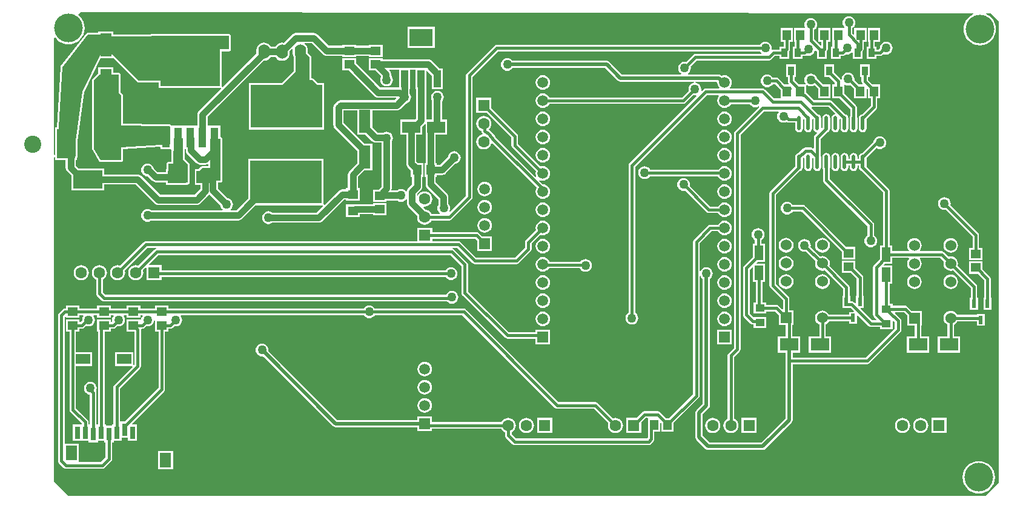
<source format=gtl>
G04*
G04 #@! TF.GenerationSoftware,Altium Limited,Altium Designer,21.2.1 (34)*
G04*
G04 Layer_Physical_Order=1*
G04 Layer_Color=255*
%FSTAX24Y24*%
%MOIN*%
G70*
G04*
G04 #@! TF.SameCoordinates,F2E00263-BE93-4D19-96D2-DD2F20D6CEC5*
G04*
G04*
G04 #@! TF.FilePolarity,Positive*
G04*
G01*
G75*
%ADD18R,0.0421X0.1083*%
%ADD19R,0.3280X0.2752*%
%ADD20R,0.0630X0.1260*%
%ADD21R,0.0984X0.0630*%
%ADD22R,0.0787X0.0551*%
%ADD23R,0.0630X0.0787*%
%ADD24R,0.0315X0.0709*%
%ADD25O,0.0217X0.0787*%
%ADD26R,0.0335X0.0472*%
%ADD27R,0.0472X0.0551*%
%ADD28R,0.0394X0.0945*%
%ADD29R,0.1299X0.0945*%
%ADD30R,0.3937X0.2362*%
%ADD31R,0.0551X0.0472*%
%ADD32R,0.1043X0.0689*%
%ADD33R,0.0500X0.0394*%
%ADD34R,0.0472X0.0787*%
%ADD35R,0.0550X0.0500*%
%ADD36R,0.0236X0.0453*%
%ADD37R,0.0984X0.0669*%
%ADD71C,0.0350*%
%ADD72C,0.0150*%
%ADD73C,0.0197*%
%ADD74C,0.0354*%
%ADD75R,0.1600X0.1000*%
%ADD76R,0.1000X0.1600*%
%ADD77C,0.0630*%
%ADD78R,0.0630X0.0630*%
%ADD79C,0.1575*%
%ADD80R,0.0598X0.0598*%
%ADD81C,0.0598*%
%ADD82R,0.0630X0.0630*%
%ADD83C,0.0600*%
%ADD84R,0.0600X0.0600*%
%ADD85O,0.0630X0.0787*%
%ADD86C,0.0945*%
%ADD87C,0.0500*%
G36*
X014978Y045828D02*
X015011Y045806D01*
X01505Y045798D01*
X016158D01*
Y045624D01*
X01616Y045614D01*
Y045524D01*
X016251D01*
X01626Y045522D01*
X01954D01*
X019549Y045524D01*
X01959D01*
X01961Y045474D01*
X018373Y044237D01*
X018329Y044179D01*
X018301Y044112D01*
X018292Y044041D01*
Y043466D01*
X018259Y043429D01*
X018211D01*
X018209Y043429D01*
X017589D01*
Y043429D01*
X017541D01*
Y043429D01*
X017539Y043429D01*
X01692D01*
Y043429D01*
X016872D01*
X016835Y043459D01*
X016822Y043472D01*
X016789Y043494D01*
X01675Y043502D01*
X016301D01*
X014202Y043531D01*
Y0451D01*
X014194Y045139D01*
X014172Y045172D01*
X014052Y045292D01*
Y04625D01*
X014044Y046289D01*
X014022Y046322D01*
X013989Y046344D01*
X01395Y046352D01*
X013665D01*
Y046646D01*
X012835D01*
Y046327D01*
X012828Y046322D01*
X012528Y046022D01*
X012506Y045989D01*
X012498Y04595D01*
Y04215D01*
X012499Y042143D01*
X012499Y042136D01*
X012503Y042124D01*
X012506Y042111D01*
X01251Y042105D01*
X012512Y042099D01*
X012862Y041499D01*
X012871Y041489D01*
X012878Y041478D01*
X012884Y041474D01*
X012888Y041469D01*
X0129Y041463D01*
X012911Y041456D01*
X012918Y041454D01*
X012924Y041451D01*
X012937Y041451D01*
X01295Y041448D01*
X0141D01*
X014139Y041456D01*
X014172Y041478D01*
X014194Y041511D01*
X014202Y04155D01*
Y042131D01*
X016214Y04226D01*
X016251Y042226D01*
Y042146D01*
X016826D01*
X016875Y042097D01*
X016852Y041452D01*
X0167D01*
X016661Y041444D01*
X016628Y041422D01*
X016606Y041389D01*
X016598Y04135D01*
Y041035D01*
X01657D01*
Y040877D01*
X016105D01*
X015891Y041092D01*
X015856Y041177D01*
X0158Y04125D01*
X015727Y041306D01*
X015641Y041341D01*
X01555Y041353D01*
X015459Y041341D01*
X015373Y041306D01*
X0153Y04125D01*
X015244Y041177D01*
X015209Y041091D01*
X015197Y041D01*
X015209Y040909D01*
X015244Y040823D01*
X0153Y04075D01*
X015373Y040694D01*
X015459Y040659D01*
X01555Y040647D01*
X015551Y040647D01*
X015794Y040404D01*
X015852Y04036D01*
X015919Y040332D01*
X015991Y040323D01*
X01657D01*
Y040165D01*
X017755D01*
Y040199D01*
X017789Y040206D01*
X017822Y040228D01*
X017844Y040261D01*
X017852Y0403D01*
Y0413D01*
X017844Y041339D01*
X017822Y041372D01*
X017602Y041592D01*
Y042146D01*
X017658D01*
Y042064D01*
X017668Y041993D01*
X017695Y041926D01*
X017739Y041868D01*
X018234Y041374D01*
X018291Y04133D01*
X018358Y041302D01*
X01843Y041293D01*
X01872D01*
X018792Y041302D01*
X018848Y041325D01*
X018898Y041304D01*
Y041202D01*
X01855D01*
X018511Y041194D01*
X018478Y041172D01*
X01834Y041035D01*
X018145D01*
Y040165D01*
X01846D01*
Y039952D01*
X018135Y039627D01*
X016247D01*
X015199Y040676D01*
X015141Y04072D01*
X015074Y040748D01*
X015002Y040757D01*
X01316D01*
Y04108D01*
X011752D01*
X011592Y04124D01*
Y04155D01*
X01165D01*
Y041663D01*
X011672Y041678D01*
X011694Y041711D01*
X011702Y04175D01*
Y042593D01*
X012048Y045287D01*
X012967Y047154D01*
X013092D01*
X01311Y047152D01*
X013128Y047154D01*
X013651D01*
X014978Y045828D01*
D02*
G37*
G36*
X061008Y049626D02*
X061016Y049576D01*
X061009Y049574D01*
X060855Y049491D01*
X060719Y049381D01*
X060609Y049245D01*
X060526Y049091D01*
X060475Y048924D01*
X060458Y04875D01*
X060475Y048576D01*
X060526Y048409D01*
X060609Y048255D01*
X060719Y048119D01*
X060855Y048009D01*
X061009Y047926D01*
X061176Y047875D01*
X06135Y047858D01*
X061524Y047875D01*
X061691Y047926D01*
X061845Y048009D01*
X061981Y048119D01*
X062091Y048255D01*
X062174Y048409D01*
X062225Y048576D01*
X062242Y04875D01*
X062225Y048924D01*
X062174Y049091D01*
X062091Y049245D01*
X061981Y049381D01*
X061845Y049491D01*
X061691Y049574D01*
X061686Y049575D01*
X061694Y049625D01*
X06195Y049625D01*
X0624Y049175D01*
Y023825D01*
X06165Y023075D01*
X0112D01*
X0104Y023875D01*
Y041681D01*
X01045Y041703D01*
Y04155D01*
X011038D01*
Y041125D01*
X011047Y041053D01*
X011075Y040986D01*
X011119Y040929D01*
X01136Y040688D01*
Y03988D01*
X01316D01*
Y040203D01*
X014888D01*
X015936Y039154D01*
X015994Y03911D01*
X016061Y039082D01*
X016133Y039073D01*
X01825D01*
X018322Y039082D01*
X018389Y03911D01*
X018446Y039154D01*
X018934Y039641D01*
X018962Y039643D01*
X019553Y039052D01*
X019559Y039009D01*
X019594Y038923D01*
X01965Y03885D01*
X01968Y038827D01*
X019663Y038777D01*
X015763D01*
X015727Y038806D01*
X015641Y038841D01*
X01555Y038853D01*
X015459Y038841D01*
X015373Y038806D01*
X0153Y03875D01*
X015244Y038677D01*
X015209Y038591D01*
X015197Y0385D01*
X015209Y038409D01*
X015244Y038323D01*
X0153Y03825D01*
X015373Y038194D01*
X015459Y038159D01*
X01555Y038147D01*
X015641Y038159D01*
X015727Y038194D01*
X015763Y038223D01*
X020546D01*
X020618Y038232D01*
X020685Y03826D01*
X020743Y038304D01*
X021484Y039046D01*
X02518D01*
X025201Y038996D01*
X024859Y038654D01*
X02241D01*
X022376Y03868D01*
X022291Y038716D01*
X0222Y038728D01*
X022108Y038716D01*
X022023Y03868D01*
X02195Y038624D01*
X021894Y038551D01*
X021859Y038466D01*
X021847Y038375D01*
X021859Y038283D01*
X021894Y038198D01*
X02195Y038125D01*
X022023Y038069D01*
X022108Y038034D01*
X0222Y038022D01*
X022291Y038034D01*
X022376Y038069D01*
X02241Y038095D01*
X024975D01*
X025047Y038105D01*
X025114Y038133D01*
X025172Y038177D01*
X026366Y039371D01*
X026475D01*
Y0393D01*
X027225D01*
Y04D01*
X027127D01*
Y040636D01*
X027477Y040986D01*
X027915D01*
Y042446D01*
X02748D01*
X026329Y043596D01*
Y044271D01*
X027085D01*
Y042954D01*
X027523D01*
X027894Y042583D01*
X027952Y042538D01*
X028019Y042511D01*
X028091Y042501D01*
X028423D01*
Y040078D01*
X028268Y039924D01*
X027948D01*
Y039251D01*
X0287D01*
Y039316D01*
X029295D01*
X029323Y039294D01*
X029409Y039259D01*
X0295Y039247D01*
X029591Y039259D01*
X029677Y039294D01*
X02975Y03935D01*
X029773Y03938D01*
X029823Y039363D01*
Y039176D01*
X029832Y039104D01*
X02986Y039037D01*
X029904Y03898D01*
X030393Y03849D01*
X030381Y0384D01*
X030396Y038292D01*
X030438Y038191D01*
X030504Y038104D01*
X030591Y038038D01*
X030692Y037996D01*
X0308Y037981D01*
X030908Y037996D01*
X031009Y038038D01*
X031096Y038104D01*
X031162Y038191D01*
X031175Y038222D01*
X03215D01*
X032218Y038235D01*
X032276Y038274D01*
X033376Y039374D01*
X033415Y039432D01*
X033428Y0395D01*
X033428Y0395D01*
Y046126D01*
X034824Y047522D01*
X049246D01*
X0493Y04745D01*
X049329Y047428D01*
X049312Y047378D01*
X0457D01*
X045632Y047365D01*
X045574Y047326D01*
X045189Y046941D01*
X0451Y046953D01*
X045009Y046941D01*
X044923Y046906D01*
X04485Y04685D01*
X044794Y046777D01*
X044759Y046691D01*
X044747Y0466D01*
X044759Y046509D01*
X044794Y046423D01*
X04485Y04635D01*
X044913Y046302D01*
X044903Y046257D01*
X0449Y046252D01*
X04165D01*
X040959Y046943D01*
X040893Y046987D01*
X040816Y047002D01*
X035636D01*
X0356Y04705D01*
X035527Y047106D01*
X035441Y047141D01*
X03535Y047153D01*
X035259Y047141D01*
X035173Y047106D01*
X0351Y04705D01*
X035044Y046977D01*
X035009Y046891D01*
X034997Y0468D01*
X035009Y046709D01*
X035044Y046623D01*
X0351Y04655D01*
X035173Y046494D01*
X035259Y046459D01*
X03535Y046447D01*
X035441Y046459D01*
X035527Y046494D01*
X0356Y04655D01*
X035636Y046598D01*
X040732D01*
X041423Y045907D01*
X041488Y045863D01*
X041566Y045848D01*
X045637D01*
X04564Y045798D01*
X045574Y045789D01*
X045489Y045754D01*
X045416Y045698D01*
X045359Y045625D01*
X045324Y045539D01*
X045312Y045448D01*
X045324Y045359D01*
X044952Y044987D01*
X037658D01*
X037649Y04501D01*
X037585Y045093D01*
X037501Y045157D01*
X037404Y045197D01*
X0373Y045211D01*
X037196Y045197D01*
X037099Y045157D01*
X037015Y045093D01*
X036951Y04501D01*
X036911Y044912D01*
X036897Y044808D01*
X036911Y044704D01*
X036951Y044607D01*
X037015Y044524D01*
X037099Y04446D01*
X037196Y044419D01*
X0373Y044406D01*
X037404Y044419D01*
X037501Y04446D01*
X037585Y044524D01*
X037649Y044607D01*
X037658Y04463D01*
X045025D01*
X045094Y044643D01*
X045152Y044682D01*
X045576Y045107D01*
X045665Y045095D01*
X045731Y045104D01*
X045754Y045056D01*
X042074Y041376D01*
X042035Y041318D01*
X042022Y04125D01*
Y033154D01*
X04195Y0331D01*
X041894Y033027D01*
X041859Y032941D01*
X041847Y03285D01*
X041859Y032759D01*
X041894Y032673D01*
X04195Y0326D01*
X042023Y032544D01*
X042109Y032509D01*
X0422Y032497D01*
X042291Y032509D01*
X042377Y032544D01*
X04245Y0326D01*
X042506Y032673D01*
X042541Y032759D01*
X042553Y03285D01*
X042541Y032941D01*
X042506Y033027D01*
X04245Y0331D01*
X042378Y033154D01*
Y041176D01*
X046324Y045122D01*
X046974D01*
X046999Y045072D01*
X046951Y04501D01*
X046911Y044912D01*
X046897Y044808D01*
X046911Y044704D01*
X046951Y044607D01*
X047015Y044524D01*
X047099Y04446D01*
X047196Y044419D01*
X0473Y044406D01*
X047404Y044419D01*
X047501Y04446D01*
X047585Y044524D01*
X047649Y044607D01*
X047656Y044626D01*
X048693D01*
X048694Y044623D01*
X04875Y04455D01*
X048823Y044494D01*
X048909Y044459D01*
X049Y044447D01*
X049091Y044459D01*
X049177Y044494D01*
X049201Y044453D01*
X047874Y043126D01*
X047835Y043068D01*
X047822Y043D01*
Y031224D01*
X047524Y030926D01*
X047485Y030868D01*
X047472Y0308D01*
Y027325D01*
X047441Y027312D01*
X047354Y027246D01*
X047288Y027159D01*
X047246Y027058D01*
X047231Y02695D01*
X047246Y026842D01*
X047288Y026741D01*
X047354Y026654D01*
X047441Y026588D01*
X047542Y026546D01*
X04765Y026531D01*
X047758Y026546D01*
X047859Y026588D01*
X047946Y026654D01*
X048012Y026741D01*
X048054Y026842D01*
X048069Y02695D01*
X048054Y027058D01*
X048012Y027159D01*
X047946Y027246D01*
X047859Y027312D01*
X047828Y027325D01*
Y030726D01*
X048126Y031024D01*
X048126Y031024D01*
X048165Y031082D01*
X048178Y03115D01*
X048178Y03115D01*
Y042926D01*
X049474Y044222D01*
X050254D01*
X050279Y044172D01*
X050244Y044127D01*
X050209Y044041D01*
X050197Y04395D01*
X050209Y043859D01*
X050244Y043773D01*
X0503Y0437D01*
X050373Y043644D01*
X050459Y043609D01*
X05055Y043597D01*
X050641Y043609D01*
X05071Y043637D01*
X050753Y043609D01*
X050821Y043595D01*
X050821Y043595D01*
X051188D01*
Y043278D01*
X051204Y043196D01*
X05125Y043127D01*
X051319Y043081D01*
X0514Y043065D01*
X051481Y043081D01*
X05155Y043127D01*
X051596Y043196D01*
X051612Y043278D01*
Y04379D01*
X051662Y043812D01*
X051688Y043793D01*
Y043278D01*
X051704Y043196D01*
X05175Y043127D01*
X051819Y043081D01*
X0519Y043065D01*
X051981Y043081D01*
X05205Y043127D01*
X052096Y043196D01*
X052112Y043278D01*
Y043791D01*
X052162Y043813D01*
X052188Y043794D01*
Y043278D01*
X052204Y043196D01*
X05225Y043127D01*
X052319Y043081D01*
X05237Y043071D01*
X052387Y043017D01*
X052274Y042904D01*
X052235Y042846D01*
X052222Y042778D01*
Y042198D01*
X052172Y042182D01*
X052123Y042215D01*
X052054Y042228D01*
X051746D01*
X051677Y042215D01*
X051619Y042176D01*
X051619Y042176D01*
X051373Y041929D01*
X051319Y041919D01*
X05125Y041873D01*
X051204Y041804D01*
X051188Y041722D01*
Y041192D01*
X049824Y039828D01*
X049785Y03977D01*
X049772Y039702D01*
Y03465D01*
X049785Y034582D01*
X049824Y034524D01*
X050512Y033836D01*
Y033356D01*
X050465Y033337D01*
X050276Y033526D01*
X050218Y033565D01*
X05015Y033578D01*
X0496D01*
Y033697D01*
X049378D01*
Y034855D01*
X049536D01*
Y035843D01*
X049066D01*
X049047Y035889D01*
X049116Y035957D01*
X049536D01*
Y036945D01*
X049328D01*
Y037146D01*
X0494Y0372D01*
X049456Y037273D01*
X049491Y037359D01*
X049503Y03745D01*
X049491Y037541D01*
X049456Y037627D01*
X0494Y0377D01*
X049327Y037756D01*
X049241Y037791D01*
X04915Y037803D01*
X049059Y037791D01*
X048973Y037756D01*
X0489Y0377D01*
X048844Y037627D01*
X048809Y037541D01*
X048797Y03745D01*
X048809Y037359D01*
X048844Y037273D01*
X0489Y0372D01*
X048972Y037146D01*
Y036945D01*
X048864D01*
Y03621D01*
X048374Y03572D01*
X048335Y035662D01*
X048322Y035594D01*
Y03305D01*
X048335Y032982D01*
X048374Y032924D01*
X048741Y032556D01*
X048799Y032518D01*
X048867Y032504D01*
X0489D01*
Y032303D01*
X0496D01*
Y032897D01*
X048905D01*
X048678Y033124D01*
Y03552D01*
X048818Y035659D01*
X048864Y03564D01*
Y034855D01*
X049022D01*
Y033697D01*
X0489D01*
Y033103D01*
X0496D01*
Y033222D01*
X050076D01*
X05029Y033008D01*
Y03246D01*
X050675D01*
Y031844D01*
X050232D01*
Y030956D01*
X050651D01*
Y0305D01*
Y027337D01*
X049316Y026002D01*
X046484D01*
X046102Y026384D01*
Y027566D01*
X046443Y027907D01*
X046487Y027973D01*
X046502Y02805D01*
Y035014D01*
X04655Y03505D01*
X046606Y035123D01*
X046641Y035209D01*
X046653Y0353D01*
X046641Y035391D01*
X046606Y035477D01*
X04655Y03555D01*
X046477Y035606D01*
X046391Y035641D01*
X0463Y035653D01*
X046209Y035641D01*
X046123Y035606D01*
X04605Y03555D01*
X045994Y035477D01*
X045978Y035438D01*
X045928Y035448D01*
Y036976D01*
X046582Y03763D01*
X046942D01*
X046951Y037607D01*
X047015Y037524D01*
X047099Y03746D01*
X047196Y037419D01*
X0473Y037406D01*
X047404Y037419D01*
X047501Y03746D01*
X047585Y037524D01*
X047649Y037607D01*
X047689Y037704D01*
X047703Y037808D01*
X047689Y037912D01*
X047649Y03801D01*
X047585Y038093D01*
X047501Y038157D01*
X047404Y038197D01*
X0473Y038211D01*
X047196Y038197D01*
X047099Y038157D01*
X047015Y038093D01*
X046951Y03801D01*
X046942Y037987D01*
X046508D01*
X046508Y037987D01*
X04644Y037973D01*
X046382Y037934D01*
X045624Y037176D01*
X045585Y037118D01*
X045572Y03705D01*
Y028665D01*
X044256Y02735D01*
X044088D01*
X043762Y027676D01*
X043704Y027715D01*
X043636Y027728D01*
X0429D01*
X042832Y027715D01*
X042774Y027676D01*
X042463Y027365D01*
X041885D01*
Y026535D01*
X042715D01*
Y027113D01*
X042974Y027372D01*
X043047D01*
X043088Y02735D01*
Y02683D01*
X043085Y026813D01*
Y026275D01*
X043038Y026228D01*
X035824D01*
X035578Y026474D01*
Y026575D01*
X035609Y026588D01*
X035696Y026654D01*
X035762Y026741D01*
X035804Y026842D01*
X035819Y02695D01*
X035804Y027058D01*
X035762Y027159D01*
X035696Y027246D01*
X035609Y027312D01*
X035508Y027354D01*
X0354Y027369D01*
X035292Y027354D01*
X035191Y027312D01*
X035104Y027246D01*
X035038Y027159D01*
X035025Y027128D01*
X031199D01*
Y027449D01*
X030401D01*
Y027252D01*
X025984D01*
X022195Y031041D01*
X022203Y0311D01*
X022191Y031191D01*
X022156Y031277D01*
X0221Y03135D01*
X022027Y031406D01*
X021941Y031441D01*
X02185Y031453D01*
X021759Y031441D01*
X021673Y031406D01*
X0216Y03135D01*
X021544Y031277D01*
X021509Y031191D01*
X021497Y0311D01*
X021509Y031009D01*
X021544Y030923D01*
X0216Y03085D01*
X021673Y030794D01*
X021759Y030759D01*
X02185Y030747D01*
X021909Y030755D01*
X025757Y026907D01*
X025823Y026863D01*
X0259Y026848D01*
X030401D01*
Y026651D01*
X031199D01*
Y026772D01*
X035025D01*
X035038Y026741D01*
X035104Y026654D01*
X035191Y026588D01*
X035222Y026575D01*
Y0264D01*
X035235Y026332D01*
X035274Y026274D01*
X035624Y025924D01*
X035624Y025924D01*
X035682Y025885D01*
X03575Y025872D01*
X03575Y025872D01*
X043112D01*
X04318Y025885D01*
X043238Y025924D01*
X043389Y026075D01*
X043389Y026075D01*
X043428Y026133D01*
X043441Y026201D01*
Y026598D01*
X04376D01*
Y027092D01*
X043808Y027113D01*
X043836Y027091D01*
Y026598D01*
X044509D01*
Y027097D01*
X045876Y028465D01*
X045876Y028465D01*
X045915Y028523D01*
X045928Y028591D01*
X045928Y028591D01*
Y035152D01*
X045978Y035162D01*
X045994Y035123D01*
X04605Y03505D01*
X046098Y035014D01*
Y028134D01*
X045757Y027793D01*
X045713Y027727D01*
X045698Y02765D01*
Y0263D01*
X045713Y026223D01*
X045757Y026157D01*
X046257Y025657D01*
X046323Y025613D01*
X0464Y025598D01*
X0494D01*
X049477Y025613D01*
X049543Y025657D01*
X050997Y02711D01*
X05104Y027176D01*
X051056Y027254D01*
Y030322D01*
X05515D01*
X055218Y030335D01*
X055276Y030374D01*
X056976Y032074D01*
X057015Y032132D01*
X057028Y0322D01*
Y0327D01*
X057015Y032768D01*
X056976Y032826D01*
X056976Y032826D01*
X056677Y033125D01*
X056696Y033172D01*
X057176D01*
X05735Y032998D01*
Y03245D01*
X057775D01*
Y031844D01*
X057332D01*
Y030956D01*
X058575D01*
Y031844D01*
X058132D01*
Y03245D01*
X05815D01*
Y03325D01*
X057602D01*
X057376Y033476D01*
X057318Y033515D01*
X05725Y033528D01*
X05655D01*
Y033647D01*
X056378D01*
Y034755D01*
X056536D01*
Y035743D01*
X056066D01*
X056047Y035789D01*
X056116Y035857D01*
X056536D01*
Y036172D01*
X057435D01*
X057454Y036122D01*
X057401Y036052D01*
X05736Y035954D01*
X057347Y03585D01*
X05736Y035746D01*
X057401Y035648D01*
X057465Y035565D01*
X057548Y035501D01*
X057646Y03546D01*
X05775Y035447D01*
X057854Y03546D01*
X057952Y035501D01*
X058035Y035565D01*
X058099Y035648D01*
X05814Y035746D01*
X058153Y03585D01*
X05814Y035954D01*
X058099Y036052D01*
X058046Y036122D01*
X058065Y036172D01*
X059176D01*
X05937Y035978D01*
X05936Y035954D01*
X059347Y03585D01*
X05936Y035746D01*
X059401Y035648D01*
X059465Y035565D01*
X059548Y035501D01*
X059646Y03546D01*
X05975Y035447D01*
X059854Y03546D01*
X059878Y03547D01*
X060848Y0345D01*
Y033969D01*
X060808D01*
Y033317D01*
X061244D01*
Y033969D01*
X061204D01*
Y034574D01*
X061191Y034642D01*
X061152Y0347D01*
X06013Y035722D01*
X06014Y035746D01*
X060153Y03585D01*
X06014Y035954D01*
X060099Y036052D01*
X060035Y036135D01*
X059952Y036199D01*
X059854Y03624D01*
X05975Y036253D01*
X059646Y03624D01*
X059622Y03623D01*
X059376Y036476D01*
X059318Y036515D01*
X05925Y036528D01*
X058065D01*
X058046Y036578D01*
X058099Y036648D01*
X05814Y036746D01*
X058153Y03685D01*
X05814Y036954D01*
X058099Y037052D01*
X058035Y037135D01*
X057952Y037199D01*
X057854Y03724D01*
X05775Y037253D01*
X057646Y03724D01*
X057548Y037199D01*
X057465Y037135D01*
X057401Y037052D01*
X05736Y036954D01*
X057347Y03685D01*
X05736Y036746D01*
X057401Y036648D01*
X057454Y036578D01*
X057435Y036528D01*
X056536D01*
Y036845D01*
X056378D01*
Y039852D01*
X056378Y039852D01*
X056365Y03992D01*
X056326Y039978D01*
X056326Y039978D01*
X055112Y041192D01*
Y041682D01*
X055646Y042216D01*
X055673Y042194D01*
X055759Y042159D01*
X05585Y042147D01*
X055941Y042159D01*
X056027Y042194D01*
X0561Y04225D01*
X056156Y042323D01*
X056191Y042409D01*
X056203Y0425D01*
X056191Y042591D01*
X056156Y042677D01*
X0561Y04275D01*
X056027Y042806D01*
X055941Y042841D01*
X05585Y042853D01*
X055759Y042841D01*
X055673Y042806D01*
X0556Y04275D01*
X055544Y042677D01*
X055509Y042591D01*
X055507Y042574D01*
X055484Y042559D01*
X05485Y041925D01*
X054819Y041919D01*
X05475Y041873D01*
X054704Y041804D01*
X054688Y041722D01*
Y041615D01*
X054612D01*
Y041722D01*
X054596Y041804D01*
X05455Y041873D01*
X054481Y041919D01*
X0544Y041935D01*
X054319Y041919D01*
X05425Y041873D01*
X054204Y041804D01*
X054188Y041722D01*
Y041615D01*
X054112D01*
Y041722D01*
X054096Y041804D01*
X05405Y041873D01*
X053981Y041919D01*
X0539Y041935D01*
X053819Y041919D01*
X05375Y041873D01*
X053704Y041804D01*
X053688Y041722D01*
Y041152D01*
X053704Y04107D01*
X05375Y041001D01*
X053819Y040955D01*
X0539Y040939D01*
X053981Y040955D01*
X05405Y041001D01*
X054096Y04107D01*
X054112Y041152D01*
Y041259D01*
X054188D01*
Y041152D01*
X054204Y04107D01*
X05425Y041001D01*
X054319Y040955D01*
X0544Y040939D01*
X054481Y040955D01*
X05455Y041001D01*
X054596Y04107D01*
X054612Y041152D01*
Y041259D01*
X054688D01*
Y041152D01*
X054704Y04107D01*
X05475Y041001D01*
X054819Y040955D01*
X05485Y040949D01*
X056022Y039778D01*
Y036845D01*
X055864D01*
Y03611D01*
X055524Y03577D01*
X055485Y035712D01*
X055472Y035644D01*
Y033047D01*
X055485Y032979D01*
X055524Y032921D01*
X05567Y032775D01*
X055651Y032728D01*
X055424D01*
X054775Y033377D01*
X054794Y033424D01*
X054966D01*
Y034076D01*
X054926D01*
Y035093D01*
X054926Y035093D01*
X054913Y035161D01*
X054874Y035219D01*
X054874Y035219D01*
X0545Y035594D01*
Y036014D01*
X053748D01*
Y035341D01*
X054247D01*
X05457Y035019D01*
Y034076D01*
X05453D01*
Y033688D01*
X054484Y033669D01*
X054428Y033725D01*
X05437Y033763D01*
X054301Y033777D01*
X054218D01*
Y034076D01*
X054178D01*
Y03455D01*
X054178Y03455D01*
X054165Y034618D01*
X054126Y034676D01*
X054126Y034676D01*
X05307Y035732D01*
X05308Y035756D01*
X053093Y03586D01*
X05308Y035964D01*
X053039Y036062D01*
X052975Y036145D01*
X052892Y036209D01*
X052794Y03625D01*
X05269Y036263D01*
X052586Y03625D01*
X052562Y03624D01*
X052041Y036761D01*
X052053Y03685D01*
X052041Y036941D01*
X052006Y037027D01*
X05195Y0371D01*
X051877Y037156D01*
X051791Y037191D01*
X0517Y037203D01*
X051609Y037191D01*
X051523Y037156D01*
X05145Y0371D01*
X051394Y037027D01*
X051359Y036941D01*
X051347Y03685D01*
X051359Y036759D01*
X051394Y036673D01*
X05145Y0366D01*
X051523Y036544D01*
X051609Y036509D01*
X0517Y036497D01*
X051789Y036509D01*
X05231Y035988D01*
X0523Y035964D01*
X052287Y03586D01*
X0523Y035756D01*
X052341Y035658D01*
X052405Y035575D01*
X052488Y035511D01*
X052586Y03547D01*
X05269Y035457D01*
X052794Y03547D01*
X052818Y03548D01*
X053822Y034476D01*
Y034076D01*
X053782D01*
Y033424D01*
X054026D01*
X054043Y03342D01*
X054043Y03342D01*
X054227D01*
X054411Y033237D01*
X054392Y033191D01*
X054156D01*
Y033038D01*
X053049D01*
X053039Y033062D01*
X052975Y033145D01*
X052892Y033209D01*
X052794Y03325D01*
X05269Y033263D01*
X052586Y03325D01*
X052488Y033209D01*
X052405Y033145D01*
X052341Y033062D01*
X0523Y032964D01*
X052287Y03286D01*
X0523Y032756D01*
X052341Y032658D01*
X052405Y032575D01*
X052488Y032511D01*
X052512Y032501D01*
Y031844D01*
X051925D01*
Y030956D01*
X053168D01*
Y031844D01*
X052868D01*
Y032501D01*
X052892Y032511D01*
X052975Y032575D01*
X053039Y032658D01*
X053049Y032682D01*
X054156D01*
Y032538D01*
X054592D01*
Y03299D01*
X054638Y033009D01*
X055224Y032424D01*
X055224Y032424D01*
X055282Y032385D01*
X05535Y032372D01*
X05585D01*
Y032253D01*
X05655D01*
Y032682D01*
X056596Y032701D01*
X056672Y032626D01*
Y032274D01*
X055076Y030678D01*
X051056D01*
Y030956D01*
X051475D01*
Y031844D01*
X051032D01*
Y03246D01*
X05109D01*
Y03326D01*
X050868D01*
Y03391D01*
X050868Y03391D01*
X050855Y033978D01*
X050816Y034036D01*
X050816Y034036D01*
X050128Y034724D01*
Y039628D01*
X05145Y040949D01*
X051481Y040955D01*
X05155Y041001D01*
X051596Y04107D01*
X051612Y041152D01*
Y04165D01*
X051638Y041669D01*
X051688Y041647D01*
Y041152D01*
X051704Y04107D01*
X05175Y041001D01*
X051819Y040955D01*
X0519Y040939D01*
X051981Y040955D01*
X05205Y041001D01*
X052096Y04107D01*
X052112Y041152D01*
Y041647D01*
X052162Y041669D01*
X052188Y04165D01*
Y041152D01*
X052204Y04107D01*
X05225Y041001D01*
X052319Y040955D01*
X0524Y040939D01*
X052481Y040955D01*
X05255Y041001D01*
X052596Y04107D01*
X052612Y041152D01*
Y041722D01*
X052596Y041804D01*
X052578Y04183D01*
Y042704D01*
X05295Y043075D01*
X052981Y043081D01*
X05305Y043127D01*
X053096Y043196D01*
X053112Y043278D01*
Y043848D01*
X053096Y04393D01*
X05305Y043999D01*
X052981Y044045D01*
X0529Y044061D01*
X052819Y044045D01*
X05275Y043999D01*
X052704Y04393D01*
X052688Y043848D01*
Y043332D01*
X052662Y043313D01*
X052612Y043335D01*
Y043848D01*
X052596Y04393D01*
X05255Y043999D01*
X052481Y044045D01*
X05245Y044051D01*
X052076Y044425D01*
X052078Y044435D01*
X052134Y044475D01*
X05215Y044472D01*
X053025D01*
X053387Y044109D01*
X05337Y044055D01*
X053319Y044045D01*
X05325Y043999D01*
X053204Y04393D01*
X053188Y043848D01*
Y043278D01*
X053204Y043196D01*
X05325Y043127D01*
X053319Y043081D01*
X0534Y043065D01*
X053481Y043081D01*
X05355Y043127D01*
X053596Y043196D01*
X053612Y043278D01*
Y043791D01*
X053662Y043813D01*
X053688Y043794D01*
Y043278D01*
X053704Y043196D01*
X05375Y043127D01*
X053819Y043081D01*
X0539Y043065D01*
X053981Y043081D01*
X05405Y043127D01*
X054096Y043196D01*
X054112Y043278D01*
Y043848D01*
X054096Y04393D01*
X05405Y043999D01*
X053981Y044045D01*
X05395Y044051D01*
X053225Y044776D01*
X053167Y044815D01*
X053098Y044828D01*
X052224D01*
X051809Y045244D01*
Y045638D01*
X051853Y04566D01*
X051873Y045644D01*
X051959Y045609D01*
X05205Y045597D01*
X052141Y045609D01*
X052227Y045644D01*
X052248Y045661D01*
X052462Y045447D01*
Y044948D01*
X053135D01*
Y0457D01*
X052715D01*
X052405Y046009D01*
X052394Y046016D01*
X052391Y046041D01*
X052356Y046127D01*
X0523Y0462D01*
X052227Y046256D01*
X052141Y046291D01*
X05205Y046303D01*
X051959Y046291D01*
X051873Y046256D01*
X0518Y0462D01*
X051744Y046127D01*
X051709Y046041D01*
X051697Y04595D01*
X051709Y045859D01*
X051744Y045773D01*
X051763Y04575D01*
X051738Y0457D01*
X051388D01*
X051148Y04594D01*
Y046122D01*
X051237D01*
Y046794D01*
X050702D01*
Y046122D01*
X050791D01*
Y045866D01*
X050805Y045798D01*
X050837Y04575D01*
X050821Y0457D01*
X050601D01*
X050274Y046026D01*
X050216Y046065D01*
X050148Y046078D01*
X049954D01*
X0499Y04615D01*
X049827Y046206D01*
X049741Y046241D01*
X04965Y046253D01*
X049559Y046241D01*
X049473Y046206D01*
X0494Y04615D01*
X049344Y046077D01*
X049309Y045991D01*
X049297Y0459D01*
X049309Y045809D01*
X049344Y045723D01*
X0494Y04565D01*
X049473Y045594D01*
X049559Y045559D01*
X04965Y045547D01*
X049741Y045559D01*
X049827Y045594D01*
X0499Y04565D01*
X049954Y045722D01*
X050074D01*
X050388Y045408D01*
Y044978D01*
X050388Y044948D01*
X050346Y044928D01*
X050024D01*
X049526Y045426D01*
X049468Y045465D01*
X0494Y045478D01*
X0476D01*
X047597Y045487D01*
X047588Y045528D01*
X047649Y045607D01*
X047689Y045704D01*
X047703Y045808D01*
X047689Y045912D01*
X047649Y04601D01*
X047585Y046093D01*
X047501Y046157D01*
X047404Y046197D01*
X0473Y046211D01*
X047196Y046197D01*
X047144Y046176D01*
X047127Y046193D01*
X047061Y046237D01*
X046984Y046252D01*
X0453D01*
X045297Y046257D01*
X045287Y046302D01*
X04535Y04635D01*
X045406Y046423D01*
X045441Y046509D01*
X045453Y0466D01*
X045441Y046689D01*
X045774Y047022D01*
X04975D01*
X049818Y047035D01*
X049876Y047074D01*
X050066Y047264D01*
X050316D01*
Y047106D01*
X050851D01*
Y047526D01*
X050854Y047529D01*
X050854Y047529D01*
X050893Y047587D01*
X050906Y047655D01*
X050906Y047655D01*
Y04805D01*
X051064D01*
Y048802D01*
X050392D01*
Y04805D01*
X050549D01*
Y047778D01*
X050316D01*
Y047621D01*
X049992D01*
X049992Y047621D01*
X049942Y047611D01*
X049903Y047639D01*
X049896Y047649D01*
X049903Y0477D01*
X049891Y047791D01*
X049856Y047877D01*
X0498Y04795D01*
X049727Y048006D01*
X049641Y048041D01*
X04955Y048053D01*
X049459Y048041D01*
X049373Y048006D01*
X0493Y04795D01*
X049246Y047878D01*
X03475D01*
X034682Y047865D01*
X034624Y047826D01*
X034624Y047826D01*
X033124Y046326D01*
X033085Y046268D01*
X033072Y0462D01*
Y039574D01*
X032197Y038699D01*
X032156Y038723D01*
X032191Y038809D01*
X032203Y0389D01*
X032191Y038991D01*
X032156Y039077D01*
X0321Y03915D01*
X032099Y03915D01*
Y039503D01*
X032089Y039574D01*
X032062Y039641D01*
X032017Y039699D01*
X031403Y040313D01*
Y040623D01*
X031462D01*
Y040721D01*
X031749D01*
X03182Y040731D01*
X031887Y040758D01*
X031945Y040803D01*
X03247Y041328D01*
X032516Y041334D01*
X032602Y041369D01*
X032675Y041425D01*
X032731Y041498D01*
X032766Y041584D01*
X032778Y041675D01*
X032766Y041766D01*
X032731Y041852D01*
X032675Y041925D01*
X032602Y041981D01*
X032516Y042016D01*
X032425Y042028D01*
X032334Y042016D01*
X032248Y041981D01*
X032175Y041925D01*
X032119Y041852D01*
X032084Y041766D01*
X032078Y04172D01*
X031634Y041276D01*
X031462D01*
Y041374D01*
X031403D01*
Y042935D01*
X032031D01*
Y043765D01*
X031749D01*
Y04475D01*
X03175Y04475D01*
X031806Y044823D01*
X031841Y044909D01*
X031853Y045D01*
X031841Y045091D01*
X031806Y045177D01*
X03175Y04525D01*
X031677Y045306D01*
X031591Y045341D01*
X0315Y045353D01*
X031409Y045341D01*
X031323Y045306D01*
X03125Y04525D01*
X031194Y045177D01*
X031159Y045091D01*
X031147Y045D01*
X031159Y044909D01*
X031194Y044824D01*
Y043765D01*
X030877D01*
Y045436D01*
X030897D01*
Y046435D01*
X030943Y046454D01*
X031209Y046188D01*
Y045436D01*
X031802D01*
Y046581D01*
X031601D01*
X031185Y046997D01*
X031127Y047041D01*
X03106Y047069D01*
X030988Y047078D01*
X028477D01*
Y047137D01*
X027726D01*
Y046465D01*
X028085D01*
X028394Y046155D01*
Y046126D01*
X028359Y046041D01*
X028347Y04595D01*
X028359Y045859D01*
X028394Y045773D01*
X02845Y0457D01*
X028523Y045644D01*
X028609Y045609D01*
X0287Y045597D01*
X028791Y045609D01*
X028877Y045644D01*
X02895Y0457D01*
X029006Y045773D01*
X029041Y045859D01*
X029053Y04595D01*
X029041Y046041D01*
X029006Y046127D01*
X02895Y0462D01*
X028949Y0462D01*
Y04627D01*
X028939Y046342D01*
X028912Y046409D01*
X028867Y046466D01*
X028857Y046477D01*
X028876Y046524D01*
X029398D01*
Y045527D01*
X028356D01*
X027026Y046858D01*
Y047138D01*
X026274D01*
Y046466D01*
X026633D01*
X028045Y045054D01*
X028103Y04501D01*
X02817Y044982D01*
X028241Y044973D01*
X029212D01*
X029231Y044926D01*
X029134Y044829D01*
X026165D01*
X026093Y04482D01*
X026026Y044792D01*
X025968Y044748D01*
X025923Y04469D01*
X02592Y04468D01*
X02591Y044677D01*
X025852Y044632D01*
X025808Y044574D01*
X02578Y044507D01*
X025771Y044435D01*
Y043481D01*
X02578Y043408D01*
X025808Y043341D01*
X025852Y043283D01*
X027085Y042051D01*
Y041378D01*
X026654Y040947D01*
X02661Y040889D01*
X026582Y040823D01*
X026573Y040751D01*
Y04D01*
X026475D01*
Y039929D01*
X02625D01*
X026178Y03992D01*
X02611Y039892D01*
X026052Y039848D01*
X025279Y039074D01*
X025229Y039095D01*
Y041608D01*
X021092D01*
Y039438D01*
X020432Y038777D01*
X020137D01*
X02012Y038827D01*
X02015Y03885D01*
X020206Y038923D01*
X020241Y039009D01*
X020253Y0391D01*
X020241Y039191D01*
X020206Y039277D01*
X02015Y03935D01*
X020077Y039406D01*
X019991Y039441D01*
X019948Y039447D01*
X01941Y039985D01*
Y040298D01*
X01955D01*
X019589Y040306D01*
X019622Y040328D01*
X019644Y040361D01*
X019652Y0404D01*
Y0427D01*
X019644Y042739D01*
X019622Y042772D01*
X019589Y042794D01*
X01955Y042802D01*
X019549D01*
Y043429D01*
X01893D01*
X018928Y043429D01*
X01888D01*
X018847Y043466D01*
Y043926D01*
X021927Y047006D01*
X02195Y047003D01*
X022058Y047017D01*
X022159Y047059D01*
X022246Y047125D01*
X022312Y047212D01*
X022317Y047223D01*
X022583D01*
X022588Y047212D01*
X022654Y047125D01*
X022741Y047059D01*
X022842Y047017D01*
X02295Y047003D01*
X023058Y047017D01*
X023159Y047059D01*
X023246Y047125D01*
X023312Y047212D01*
X023354Y047313D01*
X023369Y047421D01*
Y047529D01*
X023491Y047651D01*
X023538Y047628D01*
X023531Y047579D01*
Y047421D01*
X023546Y047313D01*
X023588Y047212D01*
X023598Y047198D01*
Y046442D01*
X022937Y045781D01*
X021131D01*
Y043219D01*
X025268D01*
Y045781D01*
X024913D01*
X024672Y046022D01*
X024639Y046044D01*
X0246Y046052D01*
X024552D01*
Y0472D01*
X024544Y047239D01*
X024522Y047272D01*
X024369Y047426D01*
Y047579D01*
X024354Y047687D01*
X024312Y047788D01*
X024246Y047875D01*
X024183Y047923D01*
X0242Y047973D01*
X024593D01*
X025212Y047354D01*
X02527Y04731D01*
X025337Y047282D01*
X025408Y047273D01*
X026274D01*
Y047214D01*
X027026D01*
Y047272D01*
X027726D01*
Y047213D01*
X028477D01*
Y047885D01*
X027726D01*
Y047827D01*
X027026D01*
Y047886D01*
X026274D01*
Y047827D01*
X025523D01*
X024904Y048446D01*
X024847Y04849D01*
X02478Y048518D01*
X024708Y048527D01*
X023697D01*
X023625Y048518D01*
X023558Y04849D01*
X023501Y048446D01*
X02304Y047985D01*
X02295Y047997D01*
X022842Y047983D01*
X022741Y047941D01*
X022654Y047875D01*
X022588Y047788D01*
X022583Y047777D01*
X022317D01*
X022312Y047788D01*
X022246Y047875D01*
X022159Y047941D01*
X022058Y047983D01*
X02195Y047997D01*
X021842Y047983D01*
X021741Y047941D01*
X021654Y047875D01*
X021588Y047788D01*
X021546Y047687D01*
X021531Y047579D01*
Y047421D01*
X021535Y047398D01*
X01969Y045553D01*
X01964Y045574D01*
Y045614D01*
X019642Y045624D01*
Y047526D01*
X020026D01*
X020065Y047534D01*
X020098Y047556D01*
X02012Y047589D01*
X020128Y047628D01*
Y048376D01*
X02012Y048415D01*
X020098Y048448D01*
X020065Y04847D01*
X020026Y048478D01*
X015774D01*
X015735Y04847D01*
X015707Y048452D01*
X013665Y048452D01*
Y048614D01*
X012835D01*
Y048552D01*
X012271D01*
X012265Y048551D01*
X012259Y048551D01*
X012246Y048547D01*
X012232Y048544D01*
X012227Y048541D01*
X012221Y048539D01*
X012211Y04853D01*
X012199Y048522D01*
X012196Y048517D01*
X012191Y048513D01*
X01077Y046713D01*
X010765Y046703D01*
X010758Y046695D01*
X010756Y046686D01*
X010752Y046678D01*
X010751Y046667D01*
X010748Y046656D01*
X010546Y04335D01*
X01045D01*
Y041821D01*
X0104Y041842D01*
Y048225D01*
X010442Y048267D01*
X010492Y048264D01*
X010569Y048169D01*
X010705Y048059D01*
X010859Y047976D01*
X011026Y047925D01*
X0112Y047908D01*
X011374Y047925D01*
X011541Y047976D01*
X011695Y048059D01*
X011831Y048169D01*
X011941Y048305D01*
X012024Y048459D01*
X012075Y048626D01*
X012092Y0488D01*
X012075Y048974D01*
X012024Y049141D01*
X011941Y049295D01*
X011831Y049431D01*
X011736Y049508D01*
X011733Y049558D01*
X01185Y049675D01*
X061008Y049626D01*
D02*
G37*
G36*
X013443Y04835D02*
X015774Y04835D01*
Y048376D01*
X020026D01*
Y047628D01*
X01954D01*
Y045624D01*
X01626D01*
Y0459D01*
X01505D01*
X0136Y04735D01*
X01295Y04735D01*
X011949Y045317D01*
X0116Y0426D01*
Y04175D01*
X01055D01*
X01085Y04665D01*
X012271Y04845D01*
X013492D01*
X013443Y04835D01*
D02*
G37*
G36*
X046897Y045808D02*
X046911Y045704D01*
X046951Y045607D01*
X047012Y045528D01*
X047003Y045487D01*
X047Y045478D01*
X04625D01*
X04625Y045478D01*
X046182Y045465D01*
X046124Y045426D01*
X046057Y045359D01*
X04601Y045383D01*
X046018Y045448D01*
X046006Y045539D01*
X045971Y045625D01*
X045915Y045698D01*
X045842Y045754D01*
X045757Y045789D01*
X04569Y045798D01*
X045694Y045848D01*
X046852D01*
X046897Y045808D01*
D02*
G37*
G36*
X02445Y0472D02*
Y04595D01*
X0246D01*
X02505Y0455D01*
X025Y04545D01*
Y04345D01*
X0213D01*
Y04545D01*
X0221Y0456D01*
X0229D01*
X0237Y0464D01*
Y04745D01*
X0241D01*
X02415Y0475D01*
X02445Y0472D01*
D02*
G37*
G36*
X01395Y04525D02*
X0141Y0451D01*
Y043431D01*
X0163Y0434D01*
X01675D01*
X0168Y04335D01*
Y0424D01*
X0141Y042227D01*
Y04155D01*
X01295D01*
X0126Y04215D01*
Y04595D01*
X0129Y04625D01*
X01395D01*
Y04525D01*
D02*
G37*
G36*
X01955Y0404D02*
X01835D01*
Y0408D01*
X0183Y04085D01*
X01855Y0411D01*
X01895D01*
X019Y04115D01*
Y0427D01*
X01955D01*
Y0404D01*
D02*
G37*
G36*
X0175Y04155D02*
X01775Y0413D01*
Y0403D01*
X0167D01*
Y04135D01*
X01695D01*
X017Y04275D01*
X0175D01*
Y04155D01*
D02*
G37*
G36*
X030303Y045436D02*
X030323D01*
Y043827D01*
X030261Y043765D01*
X029469D01*
Y042935D01*
X029784D01*
Y041355D01*
X029793Y041283D01*
X029821Y041216D01*
X029865Y041159D01*
X030041Y040982D01*
Y040623D01*
X0301D01*
Y040197D01*
X029904Y040001D01*
X02986Y039943D01*
X029832Y039876D01*
X029826Y039832D01*
X029774Y039818D01*
X02975Y03985D01*
X029677Y039906D01*
X029591Y039941D01*
X0295Y039953D01*
X029409Y039941D01*
X029323Y039906D01*
X029278Y039871D01*
X029009D01*
X028972Y039921D01*
X028977Y039963D01*
Y042537D01*
X029006Y042573D01*
X029041Y042659D01*
X029053Y04275D01*
X029041Y042841D01*
X029006Y042927D01*
X02895Y043D01*
X028877Y043056D01*
X028791Y043091D01*
X0287Y043103D01*
X028609Y043091D01*
X028524Y043056D01*
X028205D01*
X027915Y043347D01*
Y044271D01*
X02925D01*
X029322Y04428D01*
X02939Y044308D01*
X029448Y044352D01*
X029748Y044653D01*
X029791Y044659D01*
X029877Y044694D01*
X02995Y04475D01*
X030006Y044823D01*
X030041Y044909D01*
X030053Y045D01*
X030041Y045091D01*
X030006Y045177D01*
X029975Y045217D01*
Y045436D01*
X029991D01*
Y046524D01*
X030303D01*
Y045436D01*
D02*
G37*
G36*
X030847Y0435D02*
Y042935D01*
X030848D01*
Y041374D01*
X03079D01*
Y040623D01*
X030848D01*
Y040198D01*
X030858Y040126D01*
X030886Y040059D01*
X03093Y040002D01*
X031544Y039388D01*
Y039076D01*
X031509Y038991D01*
X031497Y0389D01*
X031509Y038809D01*
X031544Y038723D01*
X0316Y03865D01*
X031629Y038628D01*
X031612Y038578D01*
X031175D01*
X031162Y038609D01*
X031096Y038696D01*
X031009Y038762D01*
X030908Y038804D01*
X030857Y038811D01*
X030727Y038941D01*
X030751Y038988D01*
X0308Y038981D01*
X030908Y038996D01*
X031009Y039038D01*
X031096Y039104D01*
X031162Y039191D01*
X031204Y039292D01*
X031219Y0394D01*
X031204Y039508D01*
X031162Y039609D01*
X031096Y039696D01*
X031009Y039762D01*
X030908Y039804D01*
X0308Y039819D01*
X030692Y039804D01*
X030591Y039762D01*
X030504Y039696D01*
X030438Y039609D01*
X030427Y039585D01*
X030377Y039595D01*
Y03969D01*
X030574Y039886D01*
X030618Y039943D01*
X030646Y04001D01*
X030655Y040082D01*
Y040623D01*
X030714D01*
Y041374D01*
X030434D01*
X030338Y04147D01*
Y042935D01*
X030653D01*
Y043373D01*
X030796Y043516D01*
X030797Y043517D01*
X030847Y0435D01*
D02*
G37*
%LPC*%
G36*
X03135Y048864D02*
X02985D01*
Y047719D01*
X03135D01*
Y048864D01*
D02*
G37*
G36*
X055862Y048802D02*
X05519D01*
Y04805D01*
X055213D01*
Y047776D01*
X055124D01*
Y047104D01*
X055659D01*
Y047262D01*
X055845D01*
X055914Y047275D01*
X055971Y047314D01*
X056044Y047386D01*
X056109Y047359D01*
X0562Y047347D01*
X056291Y047359D01*
X056377Y047394D01*
X05645Y04745D01*
X056506Y047523D01*
X056541Y047609D01*
X056553Y0477D01*
X056541Y047791D01*
X056506Y047877D01*
X05645Y04795D01*
X056377Y048006D01*
X056291Y048041D01*
X0562Y048053D01*
X056109Y048041D01*
X056023Y048006D01*
X05595Y04795D01*
X055894Y047877D01*
X055859Y047791D01*
X055847Y0477D01*
X055848Y047695D01*
X055771Y047618D01*
X055659D01*
Y047776D01*
X05557D01*
Y04805D01*
X055862D01*
Y048802D01*
D02*
G37*
G36*
X05415Y049453D02*
X054059Y049441D01*
X053973Y049406D01*
X0539Y04935D01*
X053844Y049277D01*
X053809Y049191D01*
X053797Y0491D01*
X053809Y049009D01*
X053844Y048923D01*
X053887Y048867D01*
X0539Y04885D01*
X053899Y048843D01*
X05389Y048812D01*
X053882Y048802D01*
X053838Y048802D01*
X053214D01*
Y04805D01*
X053237D01*
Y047776D01*
X053149D01*
Y047104D01*
X053683D01*
Y047262D01*
X05379D01*
X053858Y047275D01*
X053916Y047314D01*
X053961Y047359D01*
X05405Y047347D01*
X054141Y047359D01*
X054227Y047394D01*
X0543Y04745D01*
X054316Y047472D01*
X054366Y047455D01*
Y047106D01*
X054901D01*
Y047526D01*
X054904Y047529D01*
X054904Y047529D01*
X054943Y047587D01*
X054956Y047655D01*
X054956Y047655D01*
Y04805D01*
X055114D01*
Y048802D01*
X054441D01*
Y048458D01*
X054395Y048439D01*
X054328Y048506D01*
Y048796D01*
X0544Y04885D01*
X054456Y048923D01*
X054491Y049009D01*
X054503Y0491D01*
X054491Y049191D01*
X054456Y049277D01*
X0544Y04935D01*
X054327Y049406D01*
X054241Y049441D01*
X05415Y049453D01*
D02*
G37*
G36*
X05205Y049353D02*
X051959Y049341D01*
X051873Y049306D01*
X0518Y04925D01*
X051744Y049177D01*
X051709Y049091D01*
X051697Y049D01*
X051709Y048909D01*
X051733Y048852D01*
X051701Y048802D01*
X05114D01*
Y04805D01*
X051163D01*
Y047776D01*
X051074D01*
Y047104D01*
X051609D01*
Y047262D01*
X051684D01*
X051753Y047275D01*
X051804Y047309D01*
X051843Y047293D01*
X051934Y047281D01*
X052025Y047293D01*
X05211Y047328D01*
X052184Y047384D01*
X05224Y047457D01*
X052275Y047543D01*
X052279Y047574D01*
X052326Y04759D01*
X052391Y047526D01*
Y047106D01*
X052925D01*
Y047526D01*
X052928Y047529D01*
X052928Y047529D01*
X052967Y047587D01*
X05298Y047655D01*
X05298Y047655D01*
Y04805D01*
X053138D01*
Y048802D01*
X052466D01*
Y04805D01*
X052624D01*
Y047863D01*
X052577Y047844D01*
X052228Y048193D01*
Y048696D01*
X0523Y04875D01*
X052356Y048823D01*
X052391Y048909D01*
X052403Y049D01*
X052391Y049091D01*
X052356Y049177D01*
X0523Y04925D01*
X052227Y049306D01*
X052141Y049341D01*
X05205Y049353D01*
D02*
G37*
G36*
X055287Y046794D02*
X054752D01*
Y046122D01*
X054841D01*
Y045866D01*
X054855Y045798D01*
X054887Y04575D01*
X054871Y0457D01*
X05469D01*
X054446Y045944D01*
X054453Y046D01*
X054441Y046091D01*
X054406Y046177D01*
X05435Y04625D01*
X054277Y046306D01*
X054191Y046341D01*
X0541Y046353D01*
X054009Y046341D01*
X053923Y046306D01*
X05385Y04625D01*
X053794Y046177D01*
X053759Y046091D01*
X053747Y046D01*
X053748Y045989D01*
X0537Y045971D01*
X053673Y046013D01*
X053311Y046374D01*
Y046794D01*
X052777D01*
Y046122D01*
X053059D01*
X053368Y045812D01*
Y0457D01*
X05321D01*
Y044948D01*
X05363D01*
X054222Y044357D01*
Y043956D01*
X054204Y04393D01*
X054188Y043848D01*
Y043278D01*
X054204Y043196D01*
X05425Y043127D01*
X054319Y043081D01*
X0544Y043065D01*
X054481Y043081D01*
X05455Y043127D01*
X054596Y043196D01*
X054612Y043278D01*
Y043848D01*
X054596Y04393D01*
X054578Y043956D01*
Y044431D01*
X054578Y044431D01*
X054565Y044499D01*
X054526Y044557D01*
X054526Y044557D01*
X053883Y045201D01*
Y045663D01*
X053902Y045678D01*
X053933Y04569D01*
X054009Y045659D01*
X0541Y045647D01*
X054191Y045659D01*
X054216Y045669D01*
X054438Y045447D01*
Y044948D01*
X05511D01*
Y045442D01*
X055158Y045463D01*
X055186Y045441D01*
Y044948D01*
X055344D01*
Y044545D01*
X05485Y044051D01*
X054819Y044045D01*
X05475Y043999D01*
X054704Y04393D01*
X054688Y043848D01*
Y043278D01*
X054704Y043196D01*
X05475Y043127D01*
X054819Y043081D01*
X0549Y043065D01*
X054981Y043081D01*
X05505Y043127D01*
X055096Y043196D01*
X055112Y043278D01*
Y043808D01*
X055648Y044345D01*
X055687Y044402D01*
X055701Y044471D01*
Y044948D01*
X055858D01*
Y0457D01*
X055438D01*
X055198Y04594D01*
Y046122D01*
X055287D01*
Y046794D01*
D02*
G37*
G36*
X0373Y046211D02*
X037196Y046197D01*
X037099Y046157D01*
X037015Y046093D01*
X036951Y04601D01*
X036911Y045912D01*
X036897Y045808D01*
X036911Y045704D01*
X036951Y045607D01*
X037015Y045524D01*
X037099Y04546D01*
X037196Y045419D01*
X0373Y045406D01*
X037404Y045419D01*
X037501Y04546D01*
X037585Y045524D01*
X037649Y045607D01*
X037689Y045704D01*
X037703Y045808D01*
X037689Y045912D01*
X037649Y04601D01*
X037585Y046093D01*
X037501Y046157D01*
X037404Y046197D01*
X0373Y046211D01*
D02*
G37*
G36*
X0473Y044211D02*
X047196Y044197D01*
X047099Y044157D01*
X047015Y044093D01*
X046951Y04401D01*
X046911Y043912D01*
X046897Y043808D01*
X046911Y043704D01*
X046951Y043607D01*
X047015Y043524D01*
X047099Y04346D01*
X047196Y043419D01*
X0473Y043406D01*
X047404Y043419D01*
X047501Y04346D01*
X047585Y043524D01*
X047649Y043607D01*
X047689Y043704D01*
X047703Y043808D01*
X047689Y043912D01*
X047649Y04401D01*
X047585Y044093D01*
X047501Y044157D01*
X047404Y044197D01*
X0473Y044211D01*
D02*
G37*
G36*
X0373D02*
X037196Y044197D01*
X037099Y044157D01*
X037015Y044093D01*
X036951Y04401D01*
X036911Y043912D01*
X036897Y043808D01*
X036911Y043704D01*
X036951Y043607D01*
X037015Y043524D01*
X037099Y04346D01*
X037196Y043419D01*
X0373Y043406D01*
X037404Y043419D01*
X037501Y04346D01*
X037585Y043524D01*
X037649Y043607D01*
X037689Y043704D01*
X037703Y043808D01*
X037689Y043912D01*
X037649Y04401D01*
X037585Y044093D01*
X037501Y044157D01*
X037404Y044197D01*
X0373Y044211D01*
D02*
G37*
G36*
X0473Y043211D02*
X047196Y043197D01*
X047099Y043157D01*
X047015Y043093D01*
X046951Y04301D01*
X046911Y042912D01*
X046897Y042808D01*
X046911Y042704D01*
X046951Y042607D01*
X047015Y042524D01*
X047099Y04246D01*
X047196Y042419D01*
X0473Y042406D01*
X047404Y042419D01*
X047501Y04246D01*
X047585Y042524D01*
X047649Y042607D01*
X047689Y042704D01*
X047703Y042808D01*
X047689Y042912D01*
X047649Y04301D01*
X047585Y043093D01*
X047501Y043157D01*
X047404Y043197D01*
X0473Y043211D01*
D02*
G37*
G36*
X0373D02*
X037196Y043197D01*
X037099Y043157D01*
X037015Y043093D01*
X036951Y04301D01*
X036911Y042912D01*
X036897Y042808D01*
X036911Y042704D01*
X036951Y042607D01*
X037015Y042524D01*
X037099Y04246D01*
X037196Y042419D01*
X0373Y042406D01*
X037404Y042419D01*
X037501Y04246D01*
X037585Y042524D01*
X037649Y042607D01*
X037689Y042704D01*
X037703Y042808D01*
X037689Y042912D01*
X037649Y04301D01*
X037585Y043093D01*
X037501Y043157D01*
X037404Y043197D01*
X0373Y043211D01*
D02*
G37*
G36*
X0473Y042211D02*
X047196Y042197D01*
X047099Y042157D01*
X047015Y042093D01*
X046951Y04201D01*
X046911Y041912D01*
X046897Y041808D01*
X046911Y041704D01*
X046951Y041607D01*
X047015Y041524D01*
X047099Y04146D01*
X047196Y041419D01*
X0473Y041406D01*
X047404Y041419D01*
X047501Y04146D01*
X047585Y041524D01*
X047649Y041607D01*
X047689Y041704D01*
X047703Y041808D01*
X047689Y041912D01*
X047649Y04201D01*
X047585Y042093D01*
X047501Y042157D01*
X047404Y042197D01*
X0473Y042211D01*
D02*
G37*
G36*
X0373D02*
X037196Y042197D01*
X037099Y042157D01*
X037015Y042093D01*
X036951Y04201D01*
X036911Y041912D01*
X036897Y041808D01*
X036911Y041704D01*
X036951Y041607D01*
X037015Y041524D01*
X037099Y04146D01*
X037196Y041419D01*
X0373Y041406D01*
X037404Y041419D01*
X037501Y04146D01*
X037585Y041524D01*
X037649Y041607D01*
X037689Y041704D01*
X037703Y041808D01*
X037689Y041912D01*
X037649Y04201D01*
X037585Y042093D01*
X037501Y042157D01*
X037404Y042197D01*
X0373Y042211D01*
D02*
G37*
G36*
X0473Y041211D02*
X047196Y041197D01*
X047099Y041157D01*
X047015Y041093D01*
X046951Y04101D01*
X04695Y041008D01*
X043214D01*
X043206Y041027D01*
X04315Y0411D01*
X043077Y041156D01*
X042991Y041191D01*
X0429Y041203D01*
X042809Y041191D01*
X042723Y041156D01*
X04265Y0411D01*
X042594Y041027D01*
X042559Y040941D01*
X042547Y04085D01*
X042559Y040759D01*
X042594Y040673D01*
X04265Y0406D01*
X042723Y040544D01*
X042809Y040509D01*
X0429Y040497D01*
X042991Y040509D01*
X043077Y040544D01*
X04315Y0406D01*
X043188Y040651D01*
X046933D01*
X046951Y040607D01*
X047015Y040524D01*
X047099Y04046D01*
X047196Y040419D01*
X0473Y040406D01*
X047404Y040419D01*
X047501Y04046D01*
X047585Y040524D01*
X047649Y040607D01*
X047689Y040704D01*
X047703Y040808D01*
X047689Y040912D01*
X047649Y04101D01*
X047585Y041093D01*
X047501Y041157D01*
X047404Y041197D01*
X0473Y041211D01*
D02*
G37*
G36*
X0534Y041935D02*
X053319Y041919D01*
X05325Y041873D01*
X053204Y041804D01*
X053188Y041722D01*
Y041152D01*
X053204Y04107D01*
X05325Y041001D01*
X053319Y040955D01*
X0534Y040939D01*
X053481Y040955D01*
X05355Y041001D01*
X053596Y04107D01*
X053612Y041152D01*
Y041722D01*
X053596Y041804D01*
X05355Y041873D01*
X053481Y041919D01*
X0534Y041935D01*
D02*
G37*
G36*
X034465Y044965D02*
X033635D01*
Y044135D01*
X034213D01*
X035574Y042774D01*
Y042356D01*
X035587Y042288D01*
X035626Y04223D01*
X036921Y040935D01*
X036911Y040912D01*
X036897Y040808D01*
X036911Y040704D01*
X036941Y040632D01*
X036898Y040604D01*
X034711Y042792D01*
X034705Y042821D01*
X034666Y042879D01*
X034666Y042879D01*
X034379Y043166D01*
X034344Y04319D01*
X034339Y043248D01*
X034339Y043249D01*
X034346Y043254D01*
X034412Y043341D01*
X034454Y043442D01*
X034469Y04355D01*
X034454Y043658D01*
X034412Y043759D01*
X034346Y043846D01*
X034259Y043912D01*
X034158Y043954D01*
X03405Y043969D01*
X033942Y043954D01*
X033841Y043912D01*
X033754Y043846D01*
X033688Y043759D01*
X033646Y043658D01*
X033631Y04355D01*
X033646Y043442D01*
X033688Y043341D01*
X033754Y043254D01*
X033841Y043188D01*
X033928Y043151D01*
Y043143D01*
X033942Y043075D01*
X033981Y043017D01*
X033992Y043006D01*
X033976Y042959D01*
X033942Y042954D01*
X033841Y042912D01*
X033754Y042846D01*
X033688Y042759D01*
X033646Y042658D01*
X033631Y04255D01*
X033646Y042442D01*
X033688Y042341D01*
X033754Y042254D01*
X033841Y042188D01*
X033942Y042146D01*
X03405Y042131D01*
X034158Y042146D01*
X034259Y042188D01*
X034346Y042254D01*
X034412Y042341D01*
X034454Y042442D01*
X034459Y042476D01*
X034506Y042492D01*
X036967Y04003D01*
X036951Y04001D01*
X036911Y039912D01*
X036897Y039808D01*
X036911Y039704D01*
X036951Y039607D01*
X037015Y039524D01*
X037099Y03946D01*
X037196Y039419D01*
X0373Y039406D01*
X037404Y039419D01*
X037501Y03946D01*
X037585Y039524D01*
X037649Y039607D01*
X037689Y039704D01*
X037703Y039808D01*
X037689Y039912D01*
X037649Y04001D01*
X037585Y040093D01*
X037501Y040157D01*
X037404Y040197D01*
X0373Y040211D01*
X037288Y040209D01*
X037276Y040226D01*
X037096Y040407D01*
X037124Y040449D01*
X037196Y040419D01*
X0373Y040406D01*
X037404Y040419D01*
X037501Y04046D01*
X037585Y040524D01*
X037649Y040607D01*
X037689Y040704D01*
X037703Y040808D01*
X037689Y040912D01*
X037649Y04101D01*
X037585Y041093D01*
X037501Y041157D01*
X037404Y041197D01*
X0373Y041211D01*
X037196Y041197D01*
X037173Y041188D01*
X035931Y04243D01*
Y042848D01*
X035931Y042848D01*
X035917Y042916D01*
X035878Y042974D01*
X035878Y042974D01*
X034465Y044387D01*
Y044965D01*
D02*
G37*
G36*
X0341Y040353D02*
X033996Y040339D01*
X033899Y040299D01*
X033815Y040235D01*
X033751Y040151D01*
X033711Y040054D01*
X033697Y03995D01*
X033711Y039846D01*
X033751Y039749D01*
X033815Y039665D01*
X033899Y039601D01*
X033996Y039561D01*
X0341Y039547D01*
X034204Y039561D01*
X034301Y039601D01*
X034385Y039665D01*
X034449Y039749D01*
X034489Y039846D01*
X034503Y03995D01*
X034489Y040054D01*
X034449Y040151D01*
X034385Y040235D01*
X034301Y040299D01*
X034204Y040339D01*
X0341Y040353D01*
D02*
G37*
G36*
X0473Y040211D02*
X047196Y040197D01*
X047099Y040157D01*
X047015Y040093D01*
X046951Y04001D01*
X046911Y039912D01*
X046897Y039808D01*
X046911Y039704D01*
X046951Y039607D01*
X047015Y039524D01*
X047099Y03946D01*
X047196Y039419D01*
X0473Y039406D01*
X047404Y039419D01*
X047501Y03946D01*
X047585Y039524D01*
X047649Y039607D01*
X047689Y039704D01*
X047703Y039808D01*
X047689Y039912D01*
X047649Y04001D01*
X047585Y040093D01*
X047501Y040157D01*
X047404Y040197D01*
X0473Y040211D01*
D02*
G37*
G36*
X0341Y039353D02*
X033996Y039339D01*
X033899Y039299D01*
X033815Y039235D01*
X033751Y039151D01*
X033711Y039054D01*
X033697Y03895D01*
X033711Y038846D01*
X033751Y038749D01*
X033815Y038665D01*
X033899Y038601D01*
X033996Y038561D01*
X0341Y038547D01*
X034204Y038561D01*
X034301Y038601D01*
X034385Y038665D01*
X034449Y038749D01*
X034489Y038846D01*
X034503Y03895D01*
X034489Y039054D01*
X034449Y039151D01*
X034385Y039235D01*
X034301Y039299D01*
X034204Y039339D01*
X0341Y039353D01*
D02*
G37*
G36*
X0287Y039176D02*
X027948D01*
Y039117D01*
X026964D01*
X026893Y039107D01*
X026875Y0391D01*
X026475D01*
Y0384D01*
X027225D01*
Y038562D01*
X027948D01*
Y038503D01*
X0287D01*
Y039176D01*
D02*
G37*
G36*
X04505Y040553D02*
X044959Y040541D01*
X044873Y040506D01*
X0448Y04045D01*
X044744Y040377D01*
X044709Y040291D01*
X044697Y0402D01*
X044709Y040109D01*
X044744Y040023D01*
X0448Y03995D01*
X044873Y039894D01*
X044959Y039859D01*
X04505Y039847D01*
X045139Y039859D01*
X046316Y038682D01*
X046316Y038682D01*
X046373Y038643D01*
X046442Y03863D01*
X046942D01*
X046951Y038607D01*
X047015Y038524D01*
X047099Y03846D01*
X047196Y038419D01*
X0473Y038406D01*
X047404Y038419D01*
X047501Y03846D01*
X047585Y038524D01*
X047649Y038607D01*
X047689Y038704D01*
X047703Y038808D01*
X047689Y038912D01*
X047649Y03901D01*
X047585Y039093D01*
X047501Y039157D01*
X047404Y039197D01*
X0473Y039211D01*
X047196Y039197D01*
X047099Y039157D01*
X047015Y039093D01*
X046951Y03901D01*
X046942Y038987D01*
X046516D01*
X045391Y040111D01*
X045403Y0402D01*
X045391Y040291D01*
X045356Y040377D01*
X0453Y04045D01*
X045227Y040506D01*
X045141Y040541D01*
X04505Y040553D01*
D02*
G37*
G36*
X0373Y039211D02*
X037196Y039197D01*
X037099Y039157D01*
X037015Y039093D01*
X036951Y03901D01*
X036911Y038912D01*
X036897Y038808D01*
X036911Y038704D01*
X036951Y038607D01*
X037015Y038524D01*
X037099Y03846D01*
X037196Y038419D01*
X0373Y038406D01*
X037404Y038419D01*
X037501Y03846D01*
X037585Y038524D01*
X037649Y038607D01*
X037689Y038704D01*
X037703Y038808D01*
X037689Y038912D01*
X037649Y03901D01*
X037585Y039093D01*
X037501Y039157D01*
X037404Y039197D01*
X0373Y039211D01*
D02*
G37*
G36*
X0341Y038353D02*
X033996Y038339D01*
X033899Y038299D01*
X033815Y038235D01*
X033751Y038151D01*
X033711Y038054D01*
X033697Y03795D01*
X033711Y037846D01*
X033751Y037749D01*
X033815Y037665D01*
X033899Y037601D01*
X033996Y037561D01*
X0341Y037547D01*
X034204Y037561D01*
X034301Y037601D01*
X034385Y037665D01*
X034449Y037749D01*
X034489Y037846D01*
X034503Y03795D01*
X034489Y038054D01*
X034449Y038151D01*
X034385Y038235D01*
X034301Y038299D01*
X034204Y038339D01*
X0341Y038353D01*
D02*
G37*
G36*
X0529Y041935D02*
X052819Y041919D01*
X05275Y041873D01*
X052704Y041804D01*
X052688Y041722D01*
Y041152D01*
X052704Y04107D01*
X052722Y041044D01*
Y04045D01*
X052735Y040382D01*
X052774Y040324D01*
X055172Y037926D01*
Y037404D01*
X0551Y03735D01*
X055044Y037277D01*
X055009Y037191D01*
X054997Y0371D01*
X055009Y037009D01*
X055044Y036923D01*
X0551Y03685D01*
X055173Y036794D01*
X055259Y036759D01*
X05535Y036747D01*
X055441Y036759D01*
X055527Y036794D01*
X0556Y03685D01*
X055656Y036923D01*
X055691Y037009D01*
X055703Y0371D01*
X055691Y037191D01*
X055656Y037277D01*
X0556Y03735D01*
X055528Y037404D01*
Y038D01*
X055515Y038068D01*
X055476Y038126D01*
X055476Y038126D01*
X053078Y040524D01*
Y041044D01*
X053096Y04107D01*
X053112Y041152D01*
Y041722D01*
X053096Y041804D01*
X05305Y041873D01*
X052981Y041919D01*
X0529Y041935D01*
D02*
G37*
G36*
X0373Y038211D02*
X037196Y038197D01*
X037099Y038157D01*
X037015Y038093D01*
X036951Y03801D01*
X036911Y037912D01*
X036897Y037808D01*
X036911Y037704D01*
X036921Y037681D01*
X036374Y037134D01*
X036335Y037077D01*
X036322Y037008D01*
Y036724D01*
X035776Y036178D01*
X033624D01*
X032776Y037026D01*
X032718Y037065D01*
X03265Y037078D01*
X031215D01*
Y037222D01*
X033576D01*
X033701Y037097D01*
Y036551D01*
X034499D01*
Y037349D01*
X033953D01*
X033776Y037526D01*
X033718Y037565D01*
X03365Y037578D01*
X031215D01*
Y037815D01*
X030385D01*
Y037078D01*
X01545D01*
X015382Y037065D01*
X015324Y037026D01*
X014039Y035742D01*
X014008Y035754D01*
X0139Y035769D01*
X013792Y035754D01*
X013691Y035712D01*
X013604Y035646D01*
X013538Y035559D01*
X013496Y035458D01*
X013481Y03535D01*
X013496Y035242D01*
X013538Y035141D01*
X013604Y035054D01*
X013691Y034988D01*
X013792Y034946D01*
X0139Y034931D01*
X014008Y034946D01*
X014109Y034988D01*
X014196Y035054D01*
X014262Y035141D01*
X014304Y035242D01*
X014319Y03535D01*
X014304Y035458D01*
X014291Y035489D01*
X015524Y036722D01*
X016011D01*
X016016Y036672D01*
X015982Y036665D01*
X015924Y036626D01*
X015924Y036626D01*
X015039Y035742D01*
X015008Y035754D01*
X0149Y035769D01*
X014792Y035754D01*
X014691Y035712D01*
X014604Y035646D01*
X014538Y035559D01*
X014496Y035458D01*
X014481Y03535D01*
X014496Y035242D01*
X014538Y035141D01*
X014604Y035054D01*
X014691Y034988D01*
X014792Y034946D01*
X0149Y034931D01*
X015008Y034946D01*
X015109Y034988D01*
X015196Y035054D01*
X015262Y035141D01*
X015304Y035242D01*
X015319Y03535D01*
X015304Y035458D01*
X015292Y035489D01*
X015439Y035637D01*
X015485Y035617D01*
Y034935D01*
X016315D01*
Y035122D01*
X031946D01*
X032Y03505D01*
X032073Y034994D01*
X032159Y034959D01*
X03225Y034947D01*
X032341Y034959D01*
X032427Y034994D01*
X0325Y03505D01*
X032556Y035123D01*
X032591Y035209D01*
X032603Y0353D01*
X032591Y035391D01*
X032556Y035477D01*
X0325Y03555D01*
X032427Y035606D01*
X032341Y035641D01*
X03225Y035653D01*
X032159Y035641D01*
X032073Y035606D01*
X032Y03555D01*
X031946Y035478D01*
X016315D01*
Y035765D01*
X015633D01*
X015613Y035811D01*
X016124Y036322D01*
X032226D01*
X032822Y035726D01*
Y03425D01*
X032835Y034182D01*
X032874Y034124D01*
X035224Y031774D01*
X035282Y031735D01*
X03535Y031722D01*
X03535Y031722D01*
X036901D01*
Y031409D01*
X037699D01*
Y032207D01*
X036901D01*
Y032078D01*
X035424D01*
X033178Y034324D01*
Y0358D01*
X033165Y035868D01*
X033126Y035926D01*
X033126Y035926D01*
X032426Y036626D01*
X032368Y036665D01*
X032334Y036672D01*
X032339Y036722D01*
X032576D01*
X033424Y035874D01*
X033482Y035835D01*
X03355Y035822D01*
X03585D01*
X035918Y035835D01*
X035976Y035874D01*
X036626Y036524D01*
X036665Y036582D01*
X036678Y03665D01*
X036678Y03665D01*
Y036934D01*
X037173Y037429D01*
X037196Y037419D01*
X0373Y037406D01*
X037404Y037419D01*
X037501Y03746D01*
X037585Y037524D01*
X037649Y037607D01*
X037689Y037704D01*
X037703Y037808D01*
X037689Y037912D01*
X037649Y03801D01*
X037585Y038093D01*
X037501Y038157D01*
X037404Y038197D01*
X0373Y038211D01*
D02*
G37*
G36*
X05069Y037263D02*
X050586Y03725D01*
X050488Y037209D01*
X050405Y037145D01*
X050341Y037062D01*
X0503Y036964D01*
X050287Y03686D01*
X0503Y036756D01*
X050341Y036658D01*
X050405Y036575D01*
X050488Y036511D01*
X050586Y03647D01*
X05069Y036457D01*
X050794Y03647D01*
X050892Y036511D01*
X050975Y036575D01*
X051039Y036658D01*
X05108Y036756D01*
X051093Y03686D01*
X05108Y036964D01*
X051039Y037062D01*
X050975Y037145D01*
X050892Y037209D01*
X050794Y03725D01*
X05069Y037263D01*
D02*
G37*
G36*
X05269Y037263D02*
X052586Y03725D01*
X052488Y037209D01*
X052405Y037145D01*
X052341Y037062D01*
X0523Y036964D01*
X052287Y03686D01*
X0523Y036756D01*
X052341Y036658D01*
X052405Y036575D01*
X052488Y036511D01*
X052586Y03647D01*
X05269Y036457D01*
X052794Y03647D01*
X052892Y036511D01*
X052975Y036575D01*
X053039Y036658D01*
X05308Y036756D01*
X053093Y03686D01*
X05308Y036964D01*
X053039Y037062D01*
X052975Y037145D01*
X052892Y037209D01*
X052794Y03725D01*
X05269Y037263D01*
D02*
G37*
G36*
X05975Y037253D02*
X059646Y03724D01*
X059548Y037199D01*
X059465Y037135D01*
X059401Y037052D01*
X05936Y036954D01*
X059347Y03685D01*
X05936Y036746D01*
X059401Y036648D01*
X059465Y036565D01*
X059548Y036501D01*
X059646Y03646D01*
X05975Y036447D01*
X059854Y03646D01*
X059952Y036501D01*
X060035Y036565D01*
X060099Y036648D01*
X06014Y036746D01*
X060153Y03685D01*
X06014Y036954D01*
X060099Y037052D01*
X060035Y037135D01*
X059952Y037199D01*
X059854Y03724D01*
X05975Y037253D01*
D02*
G37*
G36*
X0473Y037211D02*
X047196Y037197D01*
X047099Y037157D01*
X047015Y037093D01*
X046951Y03701D01*
X046911Y036912D01*
X046897Y036808D01*
X046911Y036704D01*
X046951Y036607D01*
X047015Y036524D01*
X047099Y03646D01*
X047196Y036419D01*
X0473Y036406D01*
X047404Y036419D01*
X047501Y03646D01*
X047585Y036524D01*
X047649Y036607D01*
X047689Y036704D01*
X047703Y036808D01*
X047689Y036912D01*
X047649Y03701D01*
X047585Y037093D01*
X047501Y037157D01*
X047404Y037197D01*
X0473Y037211D01*
D02*
G37*
G36*
X0373D02*
X037196Y037197D01*
X037099Y037157D01*
X037015Y037093D01*
X036951Y03701D01*
X036911Y036912D01*
X036897Y036808D01*
X036911Y036704D01*
X036951Y036607D01*
X037015Y036524D01*
X037099Y03646D01*
X037196Y036419D01*
X0373Y036406D01*
X037404Y036419D01*
X037501Y03646D01*
X037585Y036524D01*
X037649Y036607D01*
X037689Y036704D01*
X037703Y036808D01*
X037689Y036912D01*
X037649Y03701D01*
X037585Y037093D01*
X037501Y037157D01*
X037404Y037197D01*
X0373Y037211D01*
D02*
G37*
G36*
X05075Y039253D02*
X050659Y039241D01*
X050573Y039206D01*
X0505Y03915D01*
X050444Y039077D01*
X050409Y038991D01*
X050397Y0389D01*
X050409Y038809D01*
X050444Y038723D01*
X0505Y03865D01*
X050573Y038594D01*
X050659Y038559D01*
X05075Y038547D01*
X050841Y038559D01*
X050927Y038594D01*
X051Y03865D01*
X051054Y038722D01*
X051536D01*
X053748Y03651D01*
Y03609D01*
X0545D01*
Y036762D01*
X054001D01*
X051736Y039026D01*
X051679Y039065D01*
X05161Y039078D01*
X051054D01*
X051Y03915D01*
X050927Y039206D01*
X050841Y039241D01*
X05075Y039253D01*
D02*
G37*
G36*
X0594Y039503D02*
X059309Y039491D01*
X059223Y039456D01*
X05915Y0394D01*
X059094Y039327D01*
X059059Y039241D01*
X059047Y03915D01*
X059059Y039059D01*
X059094Y038973D01*
X05915Y0389D01*
X059223Y038844D01*
X059309Y038809D01*
X0594Y038797D01*
X059489Y038809D01*
X060946Y037352D01*
Y036712D01*
X060748D01*
Y03604D01*
X0615D01*
Y036712D01*
X061302D01*
Y037426D01*
X061289Y037494D01*
X06125Y037552D01*
X059741Y039061D01*
X059753Y03915D01*
X059741Y039241D01*
X059706Y039327D01*
X05965Y0394D01*
X059577Y039456D01*
X059491Y039491D01*
X0594Y039503D01*
D02*
G37*
G36*
X05069Y036263D02*
X050586Y03625D01*
X050488Y036209D01*
X050405Y036145D01*
X050341Y036062D01*
X0503Y035964D01*
X050287Y03586D01*
X0503Y035756D01*
X050341Y035658D01*
X050405Y035575D01*
X050488Y035511D01*
X050586Y03547D01*
X05069Y035457D01*
X050794Y03547D01*
X050892Y035511D01*
X050975Y035575D01*
X051039Y035658D01*
X05108Y035756D01*
X051093Y03586D01*
X05108Y035964D01*
X051039Y036062D01*
X050975Y036145D01*
X050892Y036209D01*
X050794Y03625D01*
X05069Y036263D01*
D02*
G37*
G36*
X0473Y036211D02*
X047196Y036197D01*
X047099Y036157D01*
X047015Y036093D01*
X046951Y03601D01*
X046911Y035912D01*
X046897Y035808D01*
X046911Y035704D01*
X046951Y035607D01*
X047015Y035524D01*
X047099Y03546D01*
X047196Y035419D01*
X0473Y035406D01*
X047404Y035419D01*
X047501Y03546D01*
X047585Y035524D01*
X047649Y035607D01*
X047689Y035704D01*
X047703Y035808D01*
X047689Y035912D01*
X047649Y03601D01*
X047585Y036093D01*
X047501Y036157D01*
X047404Y036197D01*
X0473Y036211D01*
D02*
G37*
G36*
X0373D02*
X037196Y036197D01*
X037099Y036157D01*
X037015Y036093D01*
X036951Y03601D01*
X036911Y035912D01*
X036897Y035808D01*
X036911Y035704D01*
X036951Y035607D01*
X037015Y035524D01*
X037099Y03546D01*
X037196Y035419D01*
X0373Y035406D01*
X037404Y035419D01*
X037501Y03546D01*
X037585Y035524D01*
X037644Y035601D01*
X039333D01*
X039344Y035573D01*
X0394Y0355D01*
X039473Y035444D01*
X039559Y035409D01*
X03965Y035397D01*
X039741Y035409D01*
X039827Y035444D01*
X0399Y0355D01*
X039956Y035573D01*
X039991Y035659D01*
X040003Y03575D01*
X039991Y035841D01*
X039956Y035927D01*
X0399Y036D01*
X039827Y036056D01*
X039741Y036091D01*
X03965Y036103D01*
X039559Y036091D01*
X039473Y036056D01*
X0394Y036D01*
X039368Y035958D01*
X03767D01*
X037649Y03601D01*
X037585Y036093D01*
X037501Y036157D01*
X037404Y036197D01*
X0373Y036211D01*
D02*
G37*
G36*
X0119Y035769D02*
X011792Y035754D01*
X011691Y035712D01*
X011604Y035646D01*
X011538Y035559D01*
X011496Y035458D01*
X011481Y03535D01*
X011496Y035242D01*
X011538Y035141D01*
X011604Y035054D01*
X011691Y034988D01*
X011792Y034946D01*
X0119Y034931D01*
X012008Y034946D01*
X012109Y034988D01*
X012196Y035054D01*
X012262Y035141D01*
X012304Y035242D01*
X012319Y03535D01*
X012304Y035458D01*
X012262Y035559D01*
X012196Y035646D01*
X012109Y035712D01*
X012008Y035754D01*
X0119Y035769D01*
D02*
G37*
G36*
X05269Y035263D02*
X052586Y03525D01*
X052488Y035209D01*
X052405Y035145D01*
X052341Y035062D01*
X0523Y034964D01*
X052287Y03486D01*
X0523Y034756D01*
X052341Y034658D01*
X052405Y034575D01*
X052488Y034511D01*
X052586Y03447D01*
X05269Y034457D01*
X052794Y03447D01*
X052892Y034511D01*
X052975Y034575D01*
X053039Y034658D01*
X05308Y034756D01*
X053093Y03486D01*
X05308Y034964D01*
X053039Y035062D01*
X052975Y035145D01*
X052892Y035209D01*
X052794Y03525D01*
X05269Y035263D01*
D02*
G37*
G36*
X05069Y035263D02*
X050586Y03525D01*
X050488Y035209D01*
X050405Y035145D01*
X050341Y035062D01*
X0503Y034964D01*
X050287Y03486D01*
X0503Y034756D01*
X050341Y034658D01*
X050405Y034575D01*
X050488Y034511D01*
X050586Y03447D01*
X05069Y034457D01*
X050794Y03447D01*
X050892Y034511D01*
X050975Y034575D01*
X051039Y034658D01*
X05108Y034756D01*
X051093Y03486D01*
X05108Y034964D01*
X051039Y035062D01*
X050975Y035145D01*
X050892Y035209D01*
X050794Y03525D01*
X05069Y035263D01*
D02*
G37*
G36*
X05975Y035253D02*
X059646Y03524D01*
X059548Y035199D01*
X059465Y035135D01*
X059401Y035052D01*
X05936Y034954D01*
X059347Y03485D01*
X05936Y034746D01*
X059401Y034648D01*
X059465Y034565D01*
X059548Y034501D01*
X059646Y03446D01*
X05975Y034447D01*
X059854Y03446D01*
X059952Y034501D01*
X060035Y034565D01*
X060099Y034648D01*
X06014Y034746D01*
X060153Y03485D01*
X06014Y034954D01*
X060099Y035052D01*
X060035Y035135D01*
X059952Y035199D01*
X059854Y03524D01*
X05975Y035253D01*
D02*
G37*
G36*
X05775Y035253D02*
X057646Y03524D01*
X057548Y035199D01*
X057465Y035135D01*
X057401Y035052D01*
X05736Y034954D01*
X057347Y03485D01*
X05736Y034746D01*
X057401Y034648D01*
X057465Y034565D01*
X057548Y034501D01*
X057646Y03446D01*
X05775Y034447D01*
X057854Y03446D01*
X057952Y034501D01*
X058035Y034565D01*
X058099Y034648D01*
X05814Y034746D01*
X058153Y03485D01*
X05814Y034954D01*
X058099Y035052D01*
X058035Y035135D01*
X057952Y035199D01*
X057854Y03524D01*
X05775Y035253D01*
D02*
G37*
G36*
X0473Y035211D02*
X047196Y035197D01*
X047099Y035157D01*
X047015Y035093D01*
X046951Y03501D01*
X046911Y034912D01*
X046897Y034808D01*
X046911Y034704D01*
X046951Y034607D01*
X047015Y034524D01*
X047099Y03446D01*
X047196Y034419D01*
X0473Y034406D01*
X047404Y034419D01*
X047501Y03446D01*
X047585Y034524D01*
X047649Y034607D01*
X047689Y034704D01*
X047703Y034808D01*
X047689Y034912D01*
X047649Y03501D01*
X047585Y035093D01*
X047501Y035157D01*
X047404Y035197D01*
X0473Y035211D01*
D02*
G37*
G36*
X0373D02*
X037196Y035197D01*
X037099Y035157D01*
X037015Y035093D01*
X036951Y03501D01*
X036911Y034912D01*
X036897Y034808D01*
X036911Y034704D01*
X036951Y034607D01*
X037015Y034524D01*
X037099Y03446D01*
X037196Y034419D01*
X0373Y034406D01*
X037404Y034419D01*
X037501Y03446D01*
X037585Y034524D01*
X037649Y034607D01*
X037689Y034704D01*
X037703Y034808D01*
X037689Y034912D01*
X037649Y03501D01*
X037585Y035093D01*
X037501Y035157D01*
X037404Y035197D01*
X0373Y035211D01*
D02*
G37*
G36*
X0129Y035769D02*
X012792Y035754D01*
X012691Y035712D01*
X012604Y035646D01*
X012538Y035559D01*
X012496Y035458D01*
X012481Y03535D01*
X012496Y035242D01*
X012538Y035141D01*
X012604Y035054D01*
X012691Y034988D01*
X012722Y034975D01*
Y0342D01*
X012735Y034132D01*
X012774Y034074D01*
X013024Y033824D01*
X013024Y033824D01*
X013082Y033785D01*
X01315Y033772D01*
X032034D01*
X03205Y03375D01*
X032123Y033694D01*
X032209Y033659D01*
X0323Y033647D01*
X032391Y033659D01*
X032477Y033694D01*
X03255Y03375D01*
X032606Y033823D01*
X032641Y033909D01*
X032653Y034D01*
X032641Y034091D01*
X032606Y034177D01*
X03255Y03425D01*
X032477Y034306D01*
X032391Y034341D01*
X0323Y034353D01*
X032209Y034341D01*
X032123Y034306D01*
X03205Y03425D01*
X031994Y034177D01*
X031974Y034128D01*
X013224D01*
X013078Y034274D01*
Y034975D01*
X013109Y034988D01*
X013196Y035054D01*
X013262Y035141D01*
X013304Y035242D01*
X013319Y03535D01*
X013304Y035458D01*
X013262Y035559D01*
X013196Y035646D01*
X013109Y035712D01*
X013008Y035754D01*
X0129Y035769D01*
D02*
G37*
G36*
X0473Y034211D02*
X047196Y034197D01*
X047099Y034157D01*
X047015Y034093D01*
X046951Y03401D01*
X046911Y033912D01*
X046897Y033808D01*
X046911Y033704D01*
X046951Y033607D01*
X047015Y033524D01*
X047099Y03346D01*
X047196Y033419D01*
X0473Y033406D01*
X047404Y033419D01*
X047501Y03346D01*
X047585Y033524D01*
X047649Y033607D01*
X047689Y033704D01*
X047703Y033808D01*
X047689Y033912D01*
X047649Y03401D01*
X047585Y034093D01*
X047501Y034157D01*
X047404Y034197D01*
X0473Y034211D01*
D02*
G37*
G36*
X0373D02*
X037196Y034197D01*
X037099Y034157D01*
X037015Y034093D01*
X036951Y03401D01*
X036911Y033912D01*
X036897Y033808D01*
X036911Y033704D01*
X036951Y033607D01*
X037015Y033524D01*
X037099Y03346D01*
X037196Y033419D01*
X0373Y033406D01*
X037404Y033419D01*
X037501Y03346D01*
X037585Y033524D01*
X037649Y033607D01*
X037689Y033704D01*
X037703Y033808D01*
X037689Y033912D01*
X037649Y03401D01*
X037585Y034093D01*
X037501Y034157D01*
X037404Y034197D01*
X0373Y034211D01*
D02*
G37*
G36*
X02775Y033553D02*
X027659Y033541D01*
X027573Y033506D01*
X0275Y03345D01*
X027446Y033378D01*
X0167D01*
Y033536D01*
X015948D01*
Y033378D01*
X01515D01*
Y033536D01*
X014398D01*
Y033378D01*
X013526D01*
Y033536D01*
X012774D01*
Y033378D01*
X0118D01*
Y033536D01*
X011048D01*
Y033378D01*
X011D01*
X011Y033378D01*
X010932Y033365D01*
X010874Y033326D01*
X010874Y033326D01*
X010674Y033126D01*
X010635Y033068D01*
X010622Y033D01*
Y025D01*
X010635Y024932D01*
X010674Y024874D01*
X010924Y024624D01*
X010924Y024624D01*
X010982Y024585D01*
X01105Y024572D01*
X01305D01*
X013118Y024585D01*
X013176Y024624D01*
X013545Y024993D01*
X013545Y024993D01*
X013584Y025051D01*
X013598Y025119D01*
Y026024D01*
X013677D01*
Y026102D01*
X01411D01*
Y02626D01*
X014461D01*
Y026102D01*
X014976D01*
Y027011D01*
X014703D01*
X014684Y027057D01*
X01645Y028823D01*
X016489Y028881D01*
X016502Y02895D01*
Y032116D01*
X0167D01*
Y032274D01*
X016802D01*
X01687Y032287D01*
X016928Y032326D01*
X017011Y032409D01*
X0171Y032397D01*
X017191Y032409D01*
X017277Y032444D01*
X01735Y0325D01*
X017406Y032573D01*
X017441Y032659D01*
X017453Y03275D01*
X017441Y032841D01*
X017406Y032927D01*
X017371Y032972D01*
X017396Y033022D01*
X027446D01*
X0275Y03295D01*
X027573Y032894D01*
X027659Y032859D01*
X02775Y032847D01*
X027841Y032859D01*
X027927Y032894D01*
X028Y03295D01*
X028054Y033022D01*
X032876D01*
X037974Y027924D01*
X038032Y027885D01*
X0381Y027872D01*
X0381Y027872D01*
X040126D01*
X040908Y027089D01*
X040896Y027058D01*
X040881Y02695D01*
X040896Y026842D01*
X040938Y026741D01*
X041004Y026654D01*
X041091Y026588D01*
X041192Y026546D01*
X0413Y026531D01*
X041408Y026546D01*
X041509Y026588D01*
X041596Y026654D01*
X041662Y026741D01*
X041704Y026842D01*
X041719Y02695D01*
X041704Y027058D01*
X041662Y027159D01*
X041596Y027246D01*
X041509Y027312D01*
X041408Y027354D01*
X0413Y027369D01*
X041192Y027354D01*
X041161Y027341D01*
X040326Y028176D01*
X040268Y028215D01*
X0402Y028228D01*
X038174D01*
X033076Y033326D01*
X033018Y033365D01*
X03295Y033378D01*
X028054D01*
X028Y03345D01*
X027927Y033506D01*
X027841Y033541D01*
X02775Y033553D01*
D02*
G37*
G36*
X0615Y035964D02*
X060748D01*
Y035292D01*
X061247D01*
X061596Y034943D01*
Y033969D01*
X061556D01*
Y033317D01*
X061992D01*
Y033969D01*
X061952D01*
Y035017D01*
X061952Y035017D01*
X061939Y035085D01*
X0619Y035143D01*
X0615Y035544D01*
Y035964D01*
D02*
G37*
G36*
X05975Y033253D02*
X059646Y03324D01*
X059548Y033199D01*
X059465Y033135D01*
X059401Y033052D01*
X05936Y032954D01*
X059347Y03285D01*
X05936Y032746D01*
X059401Y032648D01*
X059465Y032565D01*
X059548Y032501D01*
X059572Y032491D01*
Y031844D01*
X059025D01*
Y030956D01*
X060268D01*
Y031844D01*
X059928D01*
Y032491D01*
X059952Y032501D01*
X060035Y032565D01*
X060099Y032648D01*
X060109Y032672D01*
X061182D01*
Y032431D01*
X061618D01*
Y033083D01*
X061182D01*
Y033028D01*
X060109D01*
X060099Y033052D01*
X060035Y033135D01*
X059952Y033199D01*
X059854Y03324D01*
X05975Y033253D01*
D02*
G37*
G36*
X0473Y033211D02*
X047196Y033197D01*
X047099Y033157D01*
X047015Y033093D01*
X046951Y03301D01*
X046911Y032912D01*
X046897Y032808D01*
X046911Y032704D01*
X046951Y032607D01*
X047015Y032524D01*
X047099Y03246D01*
X047196Y032419D01*
X0473Y032406D01*
X047404Y032419D01*
X047501Y03246D01*
X047585Y032524D01*
X047649Y032607D01*
X047689Y032704D01*
X047703Y032808D01*
X047689Y032912D01*
X047649Y03301D01*
X047585Y033093D01*
X047501Y033157D01*
X047404Y033197D01*
X0473Y033211D01*
D02*
G37*
G36*
X0373D02*
X037196Y033197D01*
X037099Y033157D01*
X037015Y033093D01*
X036951Y03301D01*
X036911Y032912D01*
X036897Y032808D01*
X036911Y032704D01*
X036951Y032607D01*
X037015Y032524D01*
X037099Y03246D01*
X037196Y032419D01*
X0373Y032406D01*
X037404Y032419D01*
X037501Y03246D01*
X037585Y032524D01*
X037649Y032607D01*
X037689Y032704D01*
X037703Y032808D01*
X037689Y032912D01*
X037649Y03301D01*
X037585Y033093D01*
X037501Y033157D01*
X037404Y033197D01*
X0373Y033211D01*
D02*
G37*
G36*
X047699Y032207D02*
X046901D01*
Y031409D01*
X047699D01*
Y032207D01*
D02*
G37*
G36*
X0308Y030453D02*
X030696Y030439D01*
X030599Y030399D01*
X030515Y030335D01*
X030451Y030251D01*
X030411Y030154D01*
X030397Y03005D01*
X030411Y029946D01*
X030451Y029849D01*
X030515Y029765D01*
X030599Y029701D01*
X030696Y029661D01*
X0308Y029647D01*
X030904Y029661D01*
X031001Y029701D01*
X031085Y029765D01*
X031149Y029849D01*
X031189Y029946D01*
X031203Y03005D01*
X031189Y030154D01*
X031149Y030251D01*
X031085Y030335D01*
X031001Y030399D01*
X030904Y030439D01*
X0308Y030453D01*
D02*
G37*
G36*
Y029453D02*
X030696Y029439D01*
X030599Y029399D01*
X030515Y029335D01*
X030451Y029251D01*
X030411Y029154D01*
X030397Y02905D01*
X030411Y028946D01*
X030451Y028849D01*
X030515Y028765D01*
X030599Y028701D01*
X030696Y028661D01*
X0308Y028647D01*
X030904Y028661D01*
X031001Y028701D01*
X031085Y028765D01*
X031149Y028849D01*
X031189Y028946D01*
X031203Y02905D01*
X031189Y029154D01*
X031149Y029251D01*
X031085Y029335D01*
X031001Y029399D01*
X030904Y029439D01*
X0308Y029453D01*
D02*
G37*
G36*
Y028453D02*
X030696Y028439D01*
X030599Y028399D01*
X030515Y028335D01*
X030451Y028251D01*
X030411Y028154D01*
X030397Y02805D01*
X030411Y027946D01*
X030451Y027849D01*
X030515Y027765D01*
X030599Y027701D01*
X030696Y027661D01*
X0308Y027647D01*
X030904Y027661D01*
X031001Y027701D01*
X031085Y027765D01*
X031149Y027849D01*
X031189Y027946D01*
X031203Y02805D01*
X031189Y028154D01*
X031149Y028251D01*
X031085Y028335D01*
X031001Y028399D01*
X030904Y028439D01*
X0308Y028453D01*
D02*
G37*
G36*
X059515Y027365D02*
X058685D01*
Y026535D01*
X059515D01*
Y027365D01*
D02*
G37*
G36*
X049065D02*
X048235D01*
Y026535D01*
X049065D01*
Y027365D01*
D02*
G37*
G36*
X037815D02*
X036985D01*
Y026535D01*
X037815D01*
Y027365D01*
D02*
G37*
G36*
X0581Y027369D02*
X057992Y027354D01*
X057891Y027312D01*
X057804Y027246D01*
X057738Y027159D01*
X057696Y027058D01*
X057681Y02695D01*
X057696Y026842D01*
X057738Y026741D01*
X057804Y026654D01*
X057891Y026588D01*
X057992Y026546D01*
X0581Y026531D01*
X058208Y026546D01*
X058309Y026588D01*
X058396Y026654D01*
X058462Y026741D01*
X058504Y026842D01*
X058519Y02695D01*
X058504Y027058D01*
X058462Y027159D01*
X058396Y027246D01*
X058309Y027312D01*
X058208Y027354D01*
X0581Y027369D01*
D02*
G37*
G36*
X0571D02*
X056992Y027354D01*
X056891Y027312D01*
X056804Y027246D01*
X056738Y027159D01*
X056696Y027058D01*
X056681Y02695D01*
X056696Y026842D01*
X056738Y026741D01*
X056804Y026654D01*
X056891Y026588D01*
X056992Y026546D01*
X0571Y026531D01*
X057208Y026546D01*
X057309Y026588D01*
X057396Y026654D01*
X057462Y026741D01*
X057504Y026842D01*
X057519Y02695D01*
X057504Y027058D01*
X057462Y027159D01*
X057396Y027246D01*
X057309Y027312D01*
X057208Y027354D01*
X0571Y027369D01*
D02*
G37*
G36*
X04665D02*
X046542Y027354D01*
X046441Y027312D01*
X046354Y027246D01*
X046288Y027159D01*
X046246Y027058D01*
X046231Y02695D01*
X046246Y026842D01*
X046288Y026741D01*
X046354Y026654D01*
X046441Y026588D01*
X046542Y026546D01*
X04665Y026531D01*
X046758Y026546D01*
X046859Y026588D01*
X046946Y026654D01*
X047012Y026741D01*
X047054Y026842D01*
X047069Y02695D01*
X047054Y027058D01*
X047012Y027159D01*
X046946Y027246D01*
X046859Y027312D01*
X046758Y027354D01*
X04665Y027369D01*
D02*
G37*
G36*
X0364D02*
X036292Y027354D01*
X036191Y027312D01*
X036104Y027246D01*
X036038Y027159D01*
X035996Y027058D01*
X035981Y02695D01*
X035996Y026842D01*
X036038Y026741D01*
X036104Y026654D01*
X036191Y026588D01*
X036292Y026546D01*
X0364Y026531D01*
X036508Y026546D01*
X036609Y026588D01*
X036696Y026654D01*
X036762Y026741D01*
X036804Y026842D01*
X036819Y02695D01*
X036804Y027058D01*
X036762Y027159D01*
X036696Y027246D01*
X036609Y027312D01*
X036508Y027354D01*
X0364Y027369D01*
D02*
G37*
G36*
X016948Y025535D02*
X016119D01*
Y024547D01*
X016948D01*
Y025535D01*
D02*
G37*
G36*
X0613Y024992D02*
X061126Y024975D01*
X060959Y024924D01*
X060805Y024841D01*
X060669Y024731D01*
X060559Y024595D01*
X060476Y024441D01*
X060425Y024274D01*
X060408Y0241D01*
X060425Y023926D01*
X060476Y023759D01*
X060559Y023605D01*
X060669Y023469D01*
X060805Y023359D01*
X060959Y023276D01*
X061126Y023225D01*
X0613Y023208D01*
X061474Y023225D01*
X061641Y023276D01*
X061795Y023359D01*
X061931Y023469D01*
X062041Y023605D01*
X062124Y023759D01*
X062175Y023926D01*
X062192Y0241D01*
X062175Y024274D01*
X062124Y024441D01*
X062041Y024595D01*
X061931Y024731D01*
X061795Y024841D01*
X061641Y024924D01*
X061474Y024975D01*
X0613Y024992D01*
D02*
G37*
%LPD*%
G36*
X015279Y032972D02*
X015244Y032927D01*
X015209Y032841D01*
X0152Y032769D01*
X01515Y032773D01*
Y032788D01*
X014398D01*
Y032116D01*
X014822D01*
Y030292D01*
X01479Y030268D01*
X014744Y030288D01*
Y030976D01*
X013756D01*
Y030224D01*
X014692D01*
X014713Y030174D01*
X013726Y029188D01*
X013688Y02913D01*
X013674Y029061D01*
Y027011D01*
X013595D01*
Y026932D01*
X013244D01*
Y027011D01*
X013178D01*
Y032116D01*
X013526D01*
Y032274D01*
X013651D01*
X013719Y032287D01*
X013777Y032326D01*
X01386Y032409D01*
X01395Y032397D01*
X014041Y032409D01*
X014127Y032444D01*
X0142Y0325D01*
X014256Y032573D01*
X014291Y032659D01*
X014303Y03275D01*
X014291Y032841D01*
X014256Y032927D01*
X014221Y032972D01*
X014246Y033022D01*
X014398D01*
Y032864D01*
X01515D01*
Y033022D01*
X015254D01*
X015279Y032972D01*
D02*
G37*
G36*
X013679D02*
X013644Y032927D01*
X013609Y032841D01*
X013597Y03275D01*
X013608Y032669D01*
X013575Y032633D01*
X013526Y032634D01*
Y032788D01*
X012774D01*
Y032116D01*
X012822D01*
Y027011D01*
X012732D01*
Y028752D01*
X012732Y028752D01*
X012718Y02882D01*
X01271Y028833D01*
X012741Y028909D01*
X012753Y029D01*
X012741Y029091D01*
X012706Y029177D01*
X01265Y02925D01*
X012577Y029306D01*
X012491Y029341D01*
X0124Y029353D01*
X012309Y029341D01*
X012223Y029306D01*
X01215Y02925D01*
X012094Y029177D01*
X012059Y029091D01*
X012047Y029D01*
X012059Y028909D01*
X012094Y028823D01*
X01215Y02875D01*
X012223Y028694D01*
X012309Y028659D01*
X012375Y02865D01*
Y027011D01*
X012299D01*
Y02713D01*
X012285Y027198D01*
X012246Y027256D01*
X012246Y027256D01*
X011602Y0279D01*
Y030224D01*
X0125D01*
Y030976D01*
X011602D01*
Y032116D01*
X0118D01*
Y032274D01*
X011926D01*
X011995Y032287D01*
X012052Y032326D01*
X012157Y03243D01*
X012209Y032409D01*
X0123Y032397D01*
X012391Y032409D01*
X012477Y032444D01*
X01255Y0325D01*
X012606Y032573D01*
X012641Y032659D01*
X012653Y03275D01*
X012641Y032841D01*
X012606Y032927D01*
X012571Y032972D01*
X012596Y033022D01*
X012774D01*
Y032864D01*
X013526D01*
Y033022D01*
X013654D01*
X013679Y032972D01*
D02*
G37*
G36*
X012029D02*
X011994Y032927D01*
X011959Y032841D01*
X011947Y03275D01*
X01195Y032728D01*
X011852Y03263D01*
X0118D01*
Y032788D01*
X011048D01*
Y032116D01*
X011246D01*
Y027826D01*
X011259Y027758D01*
X011298Y0277D01*
X011937Y027061D01*
X01193Y027011D01*
X01143D01*
Y026102D01*
X012296D01*
Y026024D01*
X012811D01*
Y026102D01*
X013162D01*
Y026024D01*
X013241D01*
Y025193D01*
X012976Y024928D01*
X011808D01*
X011763Y024941D01*
Y025928D01*
X010978D01*
Y032908D01*
X010998Y032923D01*
X011048Y032899D01*
Y032864D01*
X0118D01*
Y033022D01*
X012004D01*
X012029Y032972D01*
D02*
G37*
G36*
X015948Y032711D02*
Y032116D01*
X016146D01*
Y029023D01*
X014291Y027169D01*
X014031D01*
Y028987D01*
X015126Y030083D01*
X015126Y030083D01*
X015165Y030141D01*
X015178Y030209D01*
Y032203D01*
X015178Y032203D01*
X015174Y032224D01*
X015215Y032274D01*
X015252D01*
X01532Y032287D01*
X015378Y032326D01*
X015461Y032409D01*
X01555Y032397D01*
X015641Y032409D01*
X015727Y032444D01*
X0158Y0325D01*
X015856Y032573D01*
X015891Y032659D01*
X015898Y032715D01*
X015948Y032711D01*
D02*
G37*
D18*
X016561Y042787D02*
D03*
X017231D02*
D03*
X0179D02*
D03*
X018569D02*
D03*
X019239D02*
D03*
D19*
X0179Y047D02*
D03*
D20*
X01325Y047884D02*
D03*
Y045916D02*
D03*
X0275Y041716D02*
D03*
Y043684D02*
D03*
D21*
X031439Y04335D02*
D03*
X030061D02*
D03*
D22*
X012006Y0306D02*
D03*
X01425D02*
D03*
D23*
X016533Y025041D02*
D03*
X011348Y025435D02*
D03*
D24*
X013852Y026557D02*
D03*
X014285Y026714D02*
D03*
X013419Y026478D02*
D03*
X012986Y026557D02*
D03*
X012553Y026478D02*
D03*
X01212Y026557D02*
D03*
X011687D02*
D03*
X014719D02*
D03*
D25*
X0549Y043563D02*
D03*
X0544D02*
D03*
X0539D02*
D03*
X0534D02*
D03*
X0529D02*
D03*
X0524D02*
D03*
X0519D02*
D03*
X0514D02*
D03*
X0549Y041437D02*
D03*
X0544D02*
D03*
X0539D02*
D03*
X0534D02*
D03*
X0529D02*
D03*
X0524D02*
D03*
X0519D02*
D03*
X0514D02*
D03*
D26*
X054634Y047442D02*
D03*
X055392Y04744D02*
D03*
X05502Y046458D02*
D03*
X052658Y047442D02*
D03*
X053416Y04744D02*
D03*
X053044Y046458D02*
D03*
X050584Y047442D02*
D03*
X051342Y04744D02*
D03*
X05097Y046458D02*
D03*
D27*
X050728Y048426D02*
D03*
X051476D02*
D03*
X051472Y045324D02*
D03*
X050724D02*
D03*
X053547D02*
D03*
X052799D02*
D03*
X055522D02*
D03*
X054774D02*
D03*
X054778Y048426D02*
D03*
X055526D02*
D03*
X052802D02*
D03*
X05355D02*
D03*
X044172Y026974D02*
D03*
X043424D02*
D03*
X031126Y040999D02*
D03*
X030378D02*
D03*
D28*
X029694Y046008D02*
D03*
X0306D02*
D03*
X031506D02*
D03*
D29*
X0306Y048292D02*
D03*
D30*
X023161Y040327D02*
D03*
X0232Y0445D02*
D03*
D31*
X054124Y036426D02*
D03*
Y035678D02*
D03*
X016324Y032452D02*
D03*
Y0332D02*
D03*
X014774D02*
D03*
Y032452D02*
D03*
X01315Y0332D02*
D03*
Y032452D02*
D03*
X011424D02*
D03*
Y0332D02*
D03*
X028324Y038839D02*
D03*
Y039587D02*
D03*
X028101Y047549D02*
D03*
Y046801D02*
D03*
X02665Y046802D02*
D03*
Y04755D02*
D03*
X061124Y035628D02*
D03*
Y036376D02*
D03*
D32*
X057954Y0314D02*
D03*
X059646D02*
D03*
X050854D02*
D03*
X052546D02*
D03*
D33*
X0562Y03335D02*
D03*
Y03255D02*
D03*
X04925Y0334D02*
D03*
Y0326D02*
D03*
D34*
X0492Y035349D02*
D03*
Y036451D02*
D03*
X0562Y035249D02*
D03*
Y036351D02*
D03*
D35*
X02685Y03875D02*
D03*
Y03965D02*
D03*
D36*
X054748Y03375D02*
D03*
X054D02*
D03*
X054374Y032864D02*
D03*
X061774Y033643D02*
D03*
X061026D02*
D03*
X0614Y032757D02*
D03*
D37*
X018737Y0406D02*
D03*
X017163D02*
D03*
D71*
X019239Y040944D02*
Y042787D01*
X01872Y04157D02*
X019203Y042053D01*
X017936Y042064D02*
Y042752D01*
X016526Y04246D02*
X016561Y042496D01*
X01843Y04157D02*
X01872D01*
X017197Y042753D02*
X017231Y042787D01*
X017936Y042064D02*
X01843Y04157D01*
X016561Y042496D02*
Y042787D01*
X0179D02*
X017936Y042752D01*
X0301Y039804D02*
X030378Y040082D01*
X0301Y039176D02*
Y039804D01*
Y039176D02*
X0308Y038476D01*
X02942Y04525D02*
X02967Y045D01*
X026689Y046802D02*
X028241Y04525D01*
X02967Y045D02*
X0297D01*
X028241Y04525D02*
X02942D01*
X029697Y045003D02*
Y046006D01*
X024708Y04825D02*
X025408Y04755D01*
X023697Y04825D02*
X024708D01*
X02295Y047503D02*
X023697Y04825D01*
X028324Y039587D02*
X02833Y039594D01*
X02837D01*
X028425Y039688D02*
X0287Y039963D01*
Y04275D01*
X02837Y039594D02*
X028425Y039649D01*
Y039688D01*
X01105Y04245D02*
X01115Y04255D01*
X031749Y040999D02*
X032425Y041675D01*
X031126Y040999D02*
X031749D01*
X031821Y038929D02*
Y039503D01*
Y038929D02*
X03185Y0389D01*
X031126Y040198D02*
X031821Y039503D01*
X031126Y040198D02*
Y040999D01*
X0308Y0384D02*
Y038476D01*
X030378Y040082D02*
Y040999D01*
X015591Y041D02*
X015991Y0406D01*
X01555Y041D02*
X015591D01*
X015991Y0406D02*
X017163D01*
X020546Y0385D02*
X022373Y040327D01*
X023161D01*
X01555Y0385D02*
X020546D01*
X02395Y04525D02*
Y0475D01*
X0232Y0445D02*
X02395Y04525D01*
X02195Y0475D02*
X02295D01*
X018569Y042787D02*
Y044041D01*
X02195Y047421D01*
Y0475D01*
X01325Y047569D02*
Y047884D01*
X01311Y047429D02*
X01325Y047569D01*
Y045916D02*
X01335Y045816D01*
Y04256D02*
X01345Y04246D01*
X011315Y041125D02*
Y042185D01*
Y041125D02*
X01196Y04048D01*
X01105Y04245D02*
X011315Y042185D01*
X01196Y04048D02*
X01226D01*
X018737Y039837D02*
Y0406D01*
X01825Y03935D02*
X018737Y039837D01*
X016133Y03935D02*
X01825D01*
X015002Y04048D02*
X016133Y03935D01*
X01226Y04048D02*
X015002D01*
X017163Y0406D02*
X017197Y040634D01*
X018895Y0406D02*
X019239Y040944D01*
X02685Y040751D02*
X0275Y041401D01*
X02685Y03965D02*
Y040751D01*
X0275Y041401D02*
Y041716D01*
X026875Y03875D02*
X026964Y038839D01*
X02685Y03875D02*
X026875D01*
X026964Y038839D02*
X028324D01*
X02837Y039594D02*
X029494D01*
X028141Y046801D02*
X030988D01*
X0275Y043369D02*
X028091Y042779D01*
X028671D01*
X0287Y04275D01*
X0275Y043369D02*
Y043684D01*
X028141Y046801D02*
X028671Y04627D01*
Y045979D02*
Y04627D01*
Y045979D02*
X0287Y04595D01*
X028101Y046801D02*
X028141D01*
X02665Y046802D02*
X026689D01*
X02295Y0475D02*
Y047503D01*
X025408Y04755D02*
X02665D01*
X026651Y047549D01*
X028101D02*
X028101Y047549D01*
X026651Y047549D02*
X028101D01*
X030988Y046801D02*
X031506Y046284D01*
Y046008D02*
Y046284D01*
X030238Y04335D02*
X0306Y043712D01*
Y046008D01*
X030061Y04335D02*
X030238D01*
X031471Y044971D02*
X0315Y045D01*
X031439Y04335D02*
X031471Y043382D01*
Y044971D01*
X029694Y046008D02*
X029697Y046006D01*
Y045003D02*
X0297Y045D01*
X031126Y040999D02*
Y04321D01*
X031266Y04335D01*
X031439D01*
X030061Y041355D02*
X030378Y041038D01*
Y040999D02*
Y041038D01*
X030061Y041355D02*
Y04335D01*
X029494Y039594D02*
X0295Y0396D01*
D72*
X0562Y036351D02*
X056201Y03635D01*
X05925D01*
X061026Y034574D01*
X05205Y048119D02*
Y049D01*
X051684Y04744D02*
X051878Y047634D01*
X051342Y04744D02*
X051684D01*
X05205Y048119D02*
X052658Y047511D01*
X051878Y047634D02*
X051934D01*
X045025Y044808D02*
X045665Y045448D01*
X052054Y04205D02*
X0524Y041704D01*
X051746Y04205D02*
X052054D01*
X0514Y041704D02*
X051746Y04205D01*
X03405Y04355D02*
X034107Y043493D01*
Y043143D02*
Y043493D01*
Y043143D02*
X03421Y04304D01*
X03454Y04271D02*
X03715Y0401D01*
X034253Y04304D02*
X03454Y042753D01*
Y04271D02*
Y042753D01*
X03715Y040079D02*
Y0401D01*
X0373Y039808D02*
Y03993D01*
X03421Y04304D02*
X034253D01*
X03715Y040079D02*
X0373Y03993D01*
X014813Y032452D02*
X014975Y032291D01*
X015Y030209D02*
Y032203D01*
X013852Y029061D02*
X015Y030209D01*
X014774Y032452D02*
X014813D01*
X014975Y032228D02*
Y032291D01*
Y032228D02*
X015Y032203D01*
X011424Y027826D02*
Y032452D01*
Y027826D02*
X01212Y02713D01*
Y026557D02*
Y02713D01*
X013Y032302D02*
X01315Y032452D01*
X013Y02657D02*
Y032302D01*
X012986Y026557D02*
X013Y02657D01*
X016324Y0332D02*
X02775D01*
X03295D01*
X014774D02*
X016324D01*
X0129Y0342D02*
X01315Y03395D01*
X03225D01*
X0129Y0342D02*
Y03535D01*
X03225Y03395D02*
X0323Y034D01*
X01315Y0332D02*
X014774D01*
X014285Y026911D02*
X016324Y02895D01*
X014285Y026714D02*
Y026911D01*
X016324Y02895D02*
Y032452D01*
X011424Y0332D02*
X01315D01*
X0108Y033D02*
X011Y0332D01*
X0108Y025D02*
Y033D01*
Y025D02*
X01105Y02475D01*
X011Y0332D02*
X011424D01*
X0308Y0374D02*
X03365D01*
X0159Y03535D02*
X01595Y0353D01*
X03225D01*
X01305Y02475D02*
X013419Y025119D01*
X01105Y02475D02*
X01305D01*
X0524Y041437D02*
Y041704D01*
X050645Y04395D02*
X050821Y043773D01*
X0549Y041722D02*
X055611Y042433D01*
X0524Y042778D02*
X0529Y043278D01*
X0524Y041704D02*
Y042778D01*
X0529Y043278D02*
Y043563D01*
X055783Y042433D02*
X05585Y0425D01*
X05055Y04395D02*
X050645D01*
X0529Y043563D02*
Y043866D01*
Y04045D02*
Y041437D01*
X0549D02*
Y041722D01*
X051369Y043773D02*
X0514Y043743D01*
X05535Y0371D02*
Y038D01*
X0539Y041437D02*
X0544D01*
X0529Y04045D02*
X05535Y038D01*
X0544Y041437D02*
X0549D01*
X055611Y042433D02*
X055783D01*
X0514Y043563D02*
Y043743D01*
X050821Y043773D02*
X051369D01*
X0549Y041152D02*
Y041437D01*
Y041152D02*
X0562Y039852D01*
X053416Y04744D02*
X05379D01*
X05405Y0477D01*
X053547Y045324D02*
Y045886D01*
X053044Y046389D02*
X053547Y045886D01*
X050524Y045525D02*
X050563D01*
X050724Y045363D01*
X05097Y045866D02*
Y046458D01*
X050724Y045324D02*
Y045363D01*
X05097Y045866D02*
X051472Y045363D01*
X050724Y045324D02*
X050885Y045485D01*
X04995Y04475D02*
X051498D01*
X051342Y04744D02*
Y048292D01*
X050584Y047442D02*
Y047511D01*
X051342Y048292D02*
X051476Y048426D01*
X050728Y047655D02*
Y048426D01*
X050584Y047511D02*
X050728Y047655D01*
X049992Y047442D02*
X050584D01*
X050148Y0459D02*
X050524Y045525D01*
X052658Y047511D02*
X052802Y047655D01*
X052658Y047442D02*
Y047511D01*
X052802Y047655D02*
Y048426D01*
X055392Y048292D02*
X055526Y048426D01*
X054634Y047511D02*
X054778Y047655D01*
X054634Y047442D02*
Y047511D01*
X054778Y047655D02*
Y048426D01*
X055392Y04744D02*
Y048292D01*
Y04744D02*
X055845D01*
X05415Y048432D02*
X054625Y047957D01*
Y047451D02*
Y047957D01*
Y047451D02*
X054634Y047442D01*
X05502Y045866D02*
Y046458D01*
X055522Y044471D02*
Y045324D01*
X05502Y045866D02*
X055522Y045363D01*
X0549Y043848D02*
X055522Y044471D01*
Y045324D02*
Y045363D01*
X054774Y045324D02*
Y045363D01*
X0524Y043563D02*
Y043848D01*
X0539Y043563D02*
Y043848D01*
X05215Y04465D02*
X053098D01*
X0539Y043848D01*
X051347Y0444D02*
X0519Y043847D01*
Y043563D02*
Y043847D01*
X051498Y04475D02*
X0524Y043848D01*
X051677Y045123D02*
X05215Y04465D01*
X054138Y046D02*
X054774Y045363D01*
X053547Y045285D02*
X0544Y044431D01*
X0541Y046D02*
X054138D01*
X053547Y045285D02*
Y045324D01*
X0544Y043563D02*
Y044431D01*
X0549Y043563D02*
Y043848D01*
X052117Y045883D02*
X052279D01*
X052799Y045324D02*
X052926Y045452D01*
X051472Y045285D02*
Y045363D01*
X052279Y045883D02*
X052799Y045363D01*
Y045324D02*
Y045363D01*
X05205Y04595D02*
X052117Y045883D01*
X051634Y045123D02*
X051677D01*
X051472Y045285D02*
X051634Y045123D01*
X053416Y048292D02*
X05355Y048426D01*
X053416Y04744D02*
Y048292D01*
X053044Y046389D02*
Y046458D01*
X055845Y04744D02*
X056105Y0477D01*
X05415Y048432D02*
Y0491D01*
X056105Y0477D02*
X0562D01*
X0429Y02755D02*
X043636D01*
X044172Y027013D01*
Y026974D02*
Y027013D01*
X050854Y0305D02*
X05515D01*
X048Y03115D02*
Y043D01*
X0494Y0444D01*
X04765Y0308D02*
X048Y03115D01*
X04765Y02695D02*
Y0308D01*
X04575Y028591D02*
Y03705D01*
X044172Y027013D02*
X04575Y028591D01*
Y03705D02*
X046508Y037808D01*
X04915Y036501D02*
Y03745D01*
X046442Y038808D02*
X0473D01*
X04505Y0402D02*
X046442Y038808D01*
X0485Y03305D02*
Y035594D01*
X049167Y032683D02*
X04925Y0326D01*
X0485Y03305D02*
X048867Y032683D01*
X049167D01*
X0485Y035594D02*
X0492Y036294D01*
X0422Y03285D02*
Y04125D01*
X04625Y0453D01*
X03295Y0332D02*
X0381Y02805D01*
X0402D01*
X03325Y0395D02*
Y0462D01*
X03215Y0384D02*
X03325Y0395D01*
X0457Y0472D02*
X04975D01*
X049992Y047442D01*
X0451Y0466D02*
X0457Y0472D01*
X03475Y0477D02*
X04955D01*
X03325Y0462D02*
X03475Y0477D01*
X035752Y042356D02*
X0373Y040808D01*
Y044808D02*
X045025D01*
X0308Y0384D02*
X03215D01*
X0429Y04085D02*
X042921Y040829D01*
X04625Y0453D02*
X0494D01*
X047279Y040829D02*
X0473Y040808D01*
X042921Y040829D02*
X047279D01*
X0494Y0453D02*
X04995Y04475D01*
X03265Y0369D02*
X03355Y036D01*
X03585D02*
X0365Y03665D01*
X03355Y036D02*
X03585D01*
X01545Y0369D02*
X03265D01*
X01605Y0365D02*
X0323D01*
X033Y03425D02*
Y0358D01*
X0323Y0365D02*
X033Y0358D01*
X0149Y03535D02*
X01605Y0365D01*
X03365Y0374D02*
X0341Y03695D01*
X0365Y037008D02*
X0373Y037808D01*
X0365Y03665D02*
Y037008D01*
X0139Y03535D02*
X01545Y0369D01*
X03405Y04455D02*
X035752Y042848D01*
Y042356D02*
Y042848D01*
X0514Y041152D02*
Y041704D01*
X048996Y044804D02*
X049Y0448D01*
X047304Y044804D02*
X048996D01*
X0473Y044808D02*
X047304Y044804D01*
X0494Y0444D02*
X051347D01*
X04965Y0459D02*
X050148D01*
X054085Y036426D02*
X054124D01*
X05161Y0389D02*
X054085Y036426D01*
X05075Y0389D02*
X05161D01*
X04995Y03465D02*
Y039702D01*
Y03465D02*
X05069Y03391D01*
X04995Y039702D02*
X0514Y041152D01*
X05535Y03255D02*
X056147D01*
X0562D01*
X05565Y033047D02*
X056147Y03255D01*
X05565Y033047D02*
Y035644D01*
X0562Y036194D02*
Y036351D01*
X05565Y035644D02*
X0562Y036194D01*
X05269Y03586D02*
X054Y03455D01*
Y033642D02*
Y03455D01*
X054163Y035678D02*
X054748Y035093D01*
X054124Y035678D02*
X054163D01*
X054748Y03375D02*
Y035093D01*
X04915Y036501D02*
X0492Y036451D01*
X0517Y03685D02*
X05269Y03586D01*
X0562Y036351D02*
Y039852D01*
X05069Y03286D02*
Y03391D01*
X0594Y03915D02*
X061124Y037426D01*
Y036376D02*
Y037426D01*
X0492Y03345D02*
X04925Y0334D01*
X0492Y03345D02*
Y035349D01*
Y036294D02*
Y036451D01*
X054301Y033599D02*
X05535Y03255D01*
X054043Y033599D02*
X054301D01*
X0562Y03335D02*
Y035249D01*
X05515Y0305D02*
X05685Y0322D01*
X056375Y033175D02*
Y033228D01*
X05685Y0322D02*
Y0327D01*
X0562Y03335D02*
X056253D01*
X056375Y033228D01*
Y033175D02*
X05685Y0327D01*
X056253Y03335D02*
X05725D01*
X061163Y035628D02*
X061774Y035017D01*
X061124Y035628D02*
X061163D01*
X061774Y033643D02*
Y035017D01*
X061026Y033643D02*
Y034574D01*
X061357Y03285D02*
X0614Y032807D01*
Y032757D02*
Y032807D01*
X05975Y03285D02*
X061357D01*
X05975Y031504D02*
Y03285D01*
X059646Y0314D02*
X05975Y031504D01*
X057954Y0314D02*
Y032646D01*
X05775Y03285D02*
X057954Y032646D01*
X05725Y03335D02*
X05775Y03285D01*
X054Y033642D02*
X054043Y033599D01*
X04925Y0334D02*
X05015D01*
X05069Y03286D01*
X050854Y0314D02*
Y032696D01*
X05069Y03286D02*
X050854Y032696D01*
X05437Y03286D02*
X054374Y032864D01*
X05269Y03286D02*
X05437D01*
X05269Y031544D02*
Y03286D01*
X052546Y0314D02*
X05269Y031544D01*
X0402Y02805D02*
X0413Y02695D01*
X046508Y037808D02*
X0473D01*
X0423Y02695D02*
X0429Y02755D01*
X043263Y026201D02*
Y026813D01*
X03575Y02605D02*
X043112D01*
X043263Y026813D02*
X043424Y026974D01*
X043112Y02605D02*
X043263Y026201D01*
X0354Y0264D02*
X03575Y02605D01*
X0354Y0264D02*
Y02695D01*
X0308Y02705D02*
X0309Y02695D01*
X0354D01*
X03065Y03755D02*
X0308Y0374D01*
X039621Y035779D02*
X03965Y03575D01*
X0373Y035808D02*
X037329Y035779D01*
X039621D01*
X033Y03425D02*
X03535Y0319D01*
X037208D01*
X0373Y031808D01*
X016324Y032452D02*
X016802D01*
X0171Y03275D01*
X012553Y026478D02*
Y028752D01*
X0124Y028905D02*
X012553Y028752D01*
X0124Y028905D02*
Y029D01*
X013419Y025119D02*
Y026478D01*
X011424Y032452D02*
X011926D01*
X012224Y03275D01*
X0123D01*
X013949D02*
X01395D01*
X01315Y032452D02*
X013651D01*
X013949Y03275D01*
X015252Y032452D02*
X01555Y03275D01*
X014774Y032452D02*
X015252D01*
X013852Y026557D02*
Y029061D01*
D73*
X047226Y045808D02*
X0473D01*
X041566Y04605D02*
X046984D01*
X040816Y0468D02*
X041566Y04605D01*
X046984D02*
X047226Y045808D01*
X02605Y044435D02*
X026165Y04455D01*
X0275Y041716D02*
Y042031D01*
X02185Y0311D02*
X0259Y02705D01*
X0308D01*
X018737Y0406D02*
X018895D01*
X019131Y040364D01*
X0463Y02805D02*
Y0353D01*
X0464Y0258D02*
X0494D01*
X0459Y0263D02*
Y02765D01*
Y0263D02*
X0464Y0258D01*
X0494D02*
X050854Y027254D01*
Y0305D02*
Y0314D01*
Y027254D02*
Y0305D01*
X0459Y02765D02*
X0463Y02805D01*
X03535Y0468D02*
X040816D01*
D74*
X02925Y04455D02*
X0297Y045D01*
X026165Y04455D02*
X02925D01*
X024975Y038375D02*
X02625Y03965D01*
X0222Y038375D02*
X024975D01*
X02605Y043481D02*
Y044435D01*
Y043481D02*
X0275Y042031D01*
X019131Y039869D02*
Y040364D01*
Y039869D02*
X0199Y0391D01*
X02625Y03965D02*
X02685D01*
D75*
X01226Y04048D02*
D03*
D76*
X01105Y04245D02*
D03*
X01345Y04246D02*
D03*
D77*
X0308Y0394D02*
D03*
Y0384D02*
D03*
X0149Y03535D02*
D03*
X0139D02*
D03*
X0129D02*
D03*
X0119D02*
D03*
X0413Y02695D02*
D03*
X04765D02*
D03*
X04665D02*
D03*
X0364D02*
D03*
X0354D02*
D03*
X0581D02*
D03*
X0571D02*
D03*
X03405Y04355D02*
D03*
Y04255D02*
D03*
D78*
X0308Y0374D02*
D03*
X03405Y04455D02*
D03*
D79*
X0112Y0488D02*
D03*
X0613Y0241D02*
D03*
X06135Y04875D02*
D03*
D80*
X0373Y031808D02*
D03*
X0308Y02705D02*
D03*
X0341Y03695D02*
D03*
X0473Y031808D02*
D03*
D81*
X0373Y032808D02*
D03*
Y033808D02*
D03*
Y034808D02*
D03*
Y035808D02*
D03*
Y036808D02*
D03*
Y037808D02*
D03*
Y038808D02*
D03*
Y039808D02*
D03*
Y040808D02*
D03*
Y041808D02*
D03*
Y042808D02*
D03*
Y043808D02*
D03*
Y044808D02*
D03*
Y045808D02*
D03*
X0308Y02805D02*
D03*
Y02905D02*
D03*
Y03005D02*
D03*
X0341Y03795D02*
D03*
Y03895D02*
D03*
Y03995D02*
D03*
X0473Y045808D02*
D03*
Y044808D02*
D03*
Y043808D02*
D03*
Y042808D02*
D03*
Y041808D02*
D03*
Y040808D02*
D03*
Y039808D02*
D03*
Y038808D02*
D03*
Y037808D02*
D03*
Y036808D02*
D03*
Y035808D02*
D03*
Y034808D02*
D03*
Y033808D02*
D03*
Y032808D02*
D03*
D82*
X0159Y03535D02*
D03*
X0423Y02695D02*
D03*
X04865D02*
D03*
X0374D02*
D03*
X0591D02*
D03*
D83*
X05775Y03685D02*
D03*
X05975Y03685D02*
D03*
X05775Y03585D02*
D03*
X05975D02*
D03*
X05775Y03485D02*
D03*
X05975Y03485D02*
D03*
Y03285D02*
D03*
X05069Y03686D02*
D03*
X05269Y03686D02*
D03*
X05069Y03586D02*
D03*
X05269D02*
D03*
X05069Y03486D02*
D03*
X05269Y03486D02*
D03*
Y03286D02*
D03*
D84*
X05775Y03285D02*
D03*
X05069Y03286D02*
D03*
D85*
X02395Y0475D02*
D03*
X02295D02*
D03*
X02195D02*
D03*
D86*
X00924Y04242D02*
D03*
D87*
X05205Y049D02*
D03*
X051934Y047634D02*
D03*
X045665Y045448D02*
D03*
X02185Y0311D02*
D03*
X0287Y04275D02*
D03*
X0199Y0391D02*
D03*
X0222Y038375D02*
D03*
X05055Y04395D02*
D03*
X05585Y0425D02*
D03*
X05535Y0371D02*
D03*
X05405Y0477D02*
D03*
X05205Y04595D02*
D03*
X05415Y0491D02*
D03*
X0541Y046D02*
D03*
X0562Y0477D02*
D03*
X04915Y03745D02*
D03*
X0463Y0353D02*
D03*
X03535Y0468D02*
D03*
X0429Y04085D02*
D03*
X0451Y0466D02*
D03*
X032425Y041675D02*
D03*
X03185Y0389D02*
D03*
X03225Y0353D02*
D03*
X01555Y041D02*
D03*
Y0385D02*
D03*
X0287Y04595D02*
D03*
X0315Y045D02*
D03*
X0297D02*
D03*
X0295Y0396D02*
D03*
X0323Y034D02*
D03*
X04505Y0402D02*
D03*
X04955Y0477D02*
D03*
X04965Y0459D02*
D03*
X05075Y0389D02*
D03*
X0517Y03685D02*
D03*
X0422Y03285D02*
D03*
X049Y0448D02*
D03*
X0594Y03915D02*
D03*
X03965Y03575D02*
D03*
X02775Y0332D02*
D03*
X0171Y03275D02*
D03*
X0124Y029D02*
D03*
X0123Y03275D02*
D03*
X01395D02*
D03*
X01555D02*
D03*
M02*

</source>
